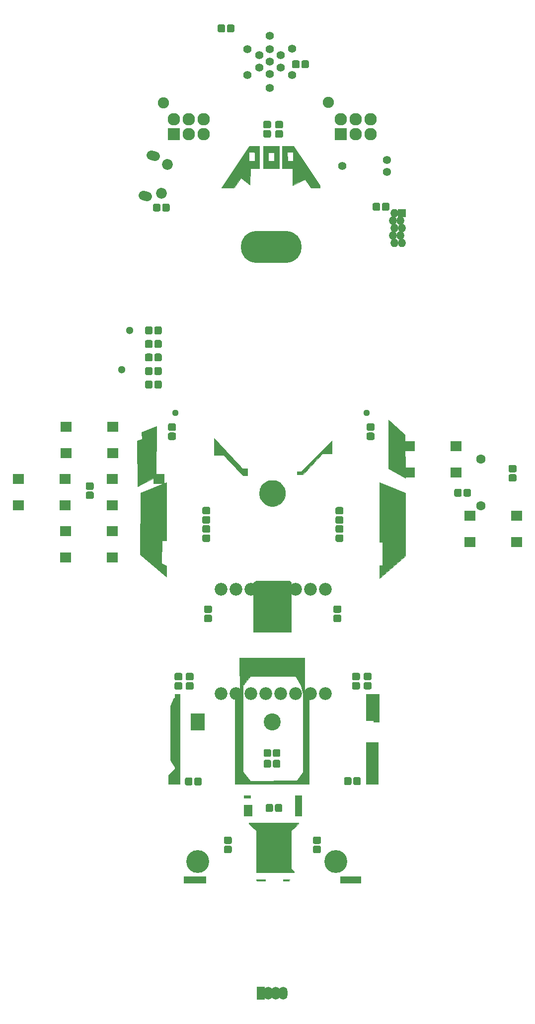
<source format=gts>
G04 #@! TF.GenerationSoftware,KiCad,Pcbnew,(5.1.0)-1*
G04 #@! TF.CreationDate,2019-06-02T04:00:08-06:00*
G04 #@! TF.ProjectId,hcrn,6863726e-2e6b-4696-9361-645f70636258,0.1*
G04 #@! TF.SameCoordinates,Original*
G04 #@! TF.FileFunction,Soldermask,Top*
G04 #@! TF.FilePolarity,Negative*
%FSLAX46Y46*%
G04 Gerber Fmt 4.6, Leading zero omitted, Abs format (unit mm)*
G04 Created by KiCad (PCBNEW (5.1.0)-1) date 2019-06-02 04:00:08*
%MOMM*%
%LPD*%
G04 APERTURE LIST*
%ADD10C,0.100000*%
%ADD11C,1.385520*%
%ADD12C,1.388060*%
%ADD13O,10.400000X5.400000*%
%ADD14C,1.120000*%
%ADD15C,1.400000*%
%ADD16C,3.900000*%
%ADD17C,2.900000*%
%ADD18R,2.400000X2.900000*%
%ADD19C,1.900000*%
%ADD20C,1.600000*%
%ADD21R,1.950000X1.700000*%
%ADD22C,1.275000*%
%ADD23R,1.470000X2.200000*%
%ADD24O,1.470000X2.200000*%
%ADD25C,1.850000*%
%ADD26C,1.600000*%
%ADD27C,1.300000*%
%ADD28C,2.178000*%
%ADD29C,2.127200*%
%ADD30O,2.127200X2.127200*%
%ADD31R,2.127200X2.127200*%
%ADD32O,1.400000X1.400000*%
%ADD33R,1.400000X1.400000*%
G04 APERTURE END LIST*
D10*
G36*
X174600000Y-46380000D02*
G01*
X173850000Y-46380000D01*
X173845000Y-44900000D01*
X174595000Y-44900000D01*
X174600000Y-46380000D01*
G37*
X174600000Y-46380000D02*
X173850000Y-46380000D01*
X173845000Y-44900000D01*
X174595000Y-44900000D01*
X174600000Y-46380000D01*
G36*
X174587500Y-44960000D02*
G01*
X172787500Y-44955000D01*
X172772500Y-46425000D01*
X174600000Y-46430000D01*
X174600000Y-47680000D01*
X173020000Y-47690000D01*
X173010000Y-50520000D01*
X171440000Y-49330000D01*
X170280000Y-51010000D01*
X168130000Y-51010000D01*
X172880000Y-43930000D01*
X174572500Y-43930000D01*
X174587500Y-44960000D01*
G37*
X174587500Y-44960000D02*
X172787500Y-44955000D01*
X172772500Y-46425000D01*
X174600000Y-46430000D01*
X174600000Y-47680000D01*
X173020000Y-47690000D01*
X173010000Y-50520000D01*
X171440000Y-49330000D01*
X170280000Y-51010000D01*
X168130000Y-51010000D01*
X172880000Y-43930000D01*
X174572500Y-43930000D01*
X174587500Y-44960000D01*
G36*
X176120000Y-46390000D02*
G01*
X175230000Y-46390000D01*
X175225000Y-44920000D01*
X176115000Y-44920000D01*
X176120000Y-46390000D01*
G37*
X176120000Y-46390000D02*
X175230000Y-46390000D01*
X175225000Y-44920000D01*
X176115000Y-44920000D01*
X176120000Y-46390000D01*
G36*
X177940000Y-47680000D02*
G01*
X175220000Y-47690000D01*
X175230000Y-46440000D01*
X177140000Y-46440000D01*
X177125000Y-44970000D01*
X175222500Y-44970000D01*
X175237500Y-43930000D01*
X177940000Y-43920000D01*
X177940000Y-47680000D01*
G37*
X177940000Y-47680000D02*
X175220000Y-47690000D01*
X175230000Y-46440000D01*
X177140000Y-46440000D01*
X177125000Y-44970000D01*
X175222500Y-44970000D01*
X175237500Y-43930000D01*
X177940000Y-43920000D01*
X177940000Y-47680000D01*
G36*
X179370000Y-46390000D02*
G01*
X178500000Y-46390000D01*
X178500000Y-45190000D01*
X179360000Y-44930000D01*
X179370000Y-46390000D01*
G37*
X179370000Y-46390000D02*
X178500000Y-46390000D01*
X178500000Y-45190000D01*
X179360000Y-44930000D01*
X179370000Y-46390000D01*
G36*
X184940000Y-50560000D02*
G01*
X184940000Y-51010000D01*
X183430000Y-51010000D01*
X182370000Y-49540000D01*
X180290000Y-50620000D01*
X180290000Y-47700000D01*
X178500000Y-47690000D01*
X178500000Y-46440000D01*
X180380000Y-46430000D01*
X180380000Y-44940000D01*
X179410000Y-44940000D01*
X178500000Y-45140000D01*
X178500000Y-43930000D01*
X180400000Y-43930000D01*
X184940000Y-50560000D01*
G37*
X184940000Y-50560000D02*
X184940000Y-51010000D01*
X183430000Y-51010000D01*
X182370000Y-49540000D01*
X180290000Y-50620000D01*
X180290000Y-47700000D01*
X178500000Y-47690000D01*
X178500000Y-46440000D01*
X180380000Y-46430000D01*
X180380000Y-44940000D01*
X179410000Y-44940000D01*
X178500000Y-45140000D01*
X178500000Y-43930000D01*
X180400000Y-43930000D01*
X184940000Y-50560000D01*
G36*
X182330000Y-136820000D02*
G01*
X183090000Y-137750000D01*
X183090000Y-152590000D01*
X170460000Y-152590000D01*
X170470000Y-138230000D01*
X171240000Y-137280000D01*
X171830000Y-137280000D01*
X171830000Y-150520000D01*
X173020000Y-152070000D01*
X181050000Y-152060000D01*
X182000000Y-150540000D01*
X182000000Y-137200000D01*
X181730000Y-135810000D01*
X180790000Y-134280000D01*
X173020000Y-134280000D01*
X171830000Y-135810000D01*
X171830000Y-137270000D01*
X171240000Y-137270000D01*
X171230000Y-131140000D01*
X182330000Y-131140000D01*
X182330000Y-136820000D01*
G37*
X182330000Y-136820000D02*
X183090000Y-137750000D01*
X183090000Y-152590000D01*
X170460000Y-152590000D01*
X170470000Y-138230000D01*
X171240000Y-137280000D01*
X171830000Y-137280000D01*
X171830000Y-150520000D01*
X173020000Y-152070000D01*
X181050000Y-152060000D01*
X182000000Y-150540000D01*
X182000000Y-137200000D01*
X181730000Y-135810000D01*
X180790000Y-134280000D01*
X173020000Y-134280000D01*
X171830000Y-135810000D01*
X171830000Y-137270000D01*
X171240000Y-137270000D01*
X171230000Y-131140000D01*
X182330000Y-131140000D01*
X182330000Y-136820000D01*
G36*
X199360000Y-93130000D02*
G01*
X199480000Y-100480000D01*
X196630000Y-98810000D01*
X196630000Y-90550000D01*
X199360000Y-93130000D01*
G37*
X199360000Y-93130000D02*
X199480000Y-100480000D01*
X196630000Y-98810000D01*
X196630000Y-90550000D01*
X199360000Y-93130000D01*
G36*
X173070000Y-154970000D02*
G01*
X171980000Y-154970000D01*
X171990000Y-154530000D01*
X173070000Y-154530000D01*
X173070000Y-154970000D01*
G37*
X173070000Y-154970000D02*
X171980000Y-154970000D01*
X171990000Y-154530000D01*
X173070000Y-154530000D01*
X173070000Y-154970000D01*
G36*
X179640000Y-169110000D02*
G01*
X178680000Y-169110000D01*
X178680000Y-168890000D01*
X179760000Y-168890000D01*
X179640000Y-169110000D01*
G37*
X179640000Y-169110000D02*
X178680000Y-169110000D01*
X178680000Y-168890000D01*
X179760000Y-168890000D01*
X179640000Y-169110000D01*
G36*
X173330000Y-158040000D02*
G01*
X171990000Y-158040000D01*
X171990000Y-156150000D01*
X173330000Y-156150000D01*
X173330000Y-158040000D01*
G37*
X173330000Y-158040000D02*
X171990000Y-158040000D01*
X171990000Y-156150000D01*
X173330000Y-156150000D01*
X173330000Y-158040000D01*
G36*
X158730000Y-111130000D02*
G01*
X157950000Y-111130000D01*
X157940000Y-114990000D01*
X158710000Y-115470000D01*
X158710000Y-117300000D01*
X154300000Y-113530000D01*
X154320000Y-103020000D01*
X158720000Y-101200000D01*
X158730000Y-111130000D01*
G37*
X158730000Y-111130000D02*
X157950000Y-111130000D01*
X157940000Y-114990000D01*
X158710000Y-115470000D01*
X158710000Y-117300000D01*
X154300000Y-113530000D01*
X154320000Y-103020000D01*
X158720000Y-101200000D01*
X158730000Y-111130000D01*
G36*
X191830000Y-169430000D02*
G01*
X188410000Y-169430000D01*
X188410000Y-168370000D01*
X191830000Y-168370000D01*
X191830000Y-169430000D01*
G37*
X191830000Y-169430000D02*
X188410000Y-169430000D01*
X188410000Y-168370000D01*
X191830000Y-168370000D01*
X191830000Y-169430000D01*
G36*
X194970000Y-142010000D02*
G01*
X194070000Y-142010000D01*
X194070000Y-141780000D01*
X192780000Y-141780000D01*
X192780000Y-137310000D01*
X194970000Y-137300000D01*
X194970000Y-142010000D01*
G37*
X194970000Y-142010000D02*
X194070000Y-142010000D01*
X194070000Y-141780000D01*
X192780000Y-141780000D01*
X192780000Y-137310000D01*
X194970000Y-137300000D01*
X194970000Y-142010000D01*
G36*
X181800000Y-158030000D02*
G01*
X180710000Y-158030000D01*
X180710000Y-154520000D01*
X181800000Y-154520000D01*
X181800000Y-158030000D01*
G37*
X181800000Y-158030000D02*
X180710000Y-158030000D01*
X180710000Y-154520000D01*
X181800000Y-154520000D01*
X181800000Y-158030000D01*
G36*
X156960000Y-100290000D02*
G01*
X153800000Y-101880000D01*
X153780000Y-94150000D01*
X154570000Y-93820000D01*
X154560000Y-92640000D01*
X157050000Y-91690000D01*
X156960000Y-100290000D01*
G37*
X156960000Y-100290000D02*
X153800000Y-101880000D01*
X153780000Y-94150000D01*
X154570000Y-93820000D01*
X154560000Y-92640000D01*
X157050000Y-91690000D01*
X156960000Y-100290000D01*
G36*
X194820000Y-152600000D02*
G01*
X192770000Y-152600000D01*
X192780000Y-145540000D01*
X194820000Y-145540000D01*
X194820000Y-152600000D01*
G37*
X194820000Y-152600000D02*
X192770000Y-152600000D01*
X192780000Y-145540000D01*
X194820000Y-145540000D01*
X194820000Y-152600000D01*
G36*
X161020000Y-152610000D02*
G01*
X159110000Y-152610000D01*
X159100000Y-151060000D01*
X160190000Y-150080000D01*
X160190000Y-149730000D01*
X159410000Y-148540000D01*
X159410000Y-139300000D01*
X159990000Y-137960000D01*
X160200000Y-137960000D01*
X160200000Y-137320000D01*
X161030000Y-137320000D01*
X161020000Y-152610000D01*
G37*
X161020000Y-152610000D02*
X159110000Y-152610000D01*
X159100000Y-151060000D01*
X160190000Y-150080000D01*
X160190000Y-149730000D01*
X159410000Y-148540000D01*
X159410000Y-139300000D01*
X159990000Y-137960000D01*
X160200000Y-137960000D01*
X160200000Y-137320000D01*
X161030000Y-137320000D01*
X161020000Y-152610000D01*
G36*
X165410000Y-169420000D02*
G01*
X161750000Y-169420000D01*
X161750000Y-168360000D01*
X165410000Y-168360000D01*
X165410000Y-169420000D01*
G37*
X165410000Y-169420000D02*
X161750000Y-169420000D01*
X161750000Y-168360000D01*
X165410000Y-168360000D01*
X165410000Y-169420000D01*
G36*
X177210000Y-100870000D02*
G01*
X177420000Y-100920000D01*
X177630000Y-100990000D01*
X177850000Y-101100000D01*
X178110000Y-101260000D01*
X178330000Y-101450000D01*
X178510000Y-101650000D01*
X178680000Y-101880000D01*
X178800000Y-102100000D01*
X178920000Y-102420000D01*
X178970000Y-102640000D01*
X179000000Y-102870000D01*
X179010000Y-103040000D01*
X179000000Y-103250000D01*
X178970000Y-103470000D01*
X178910000Y-103720000D01*
X178830000Y-103930000D01*
X178730000Y-104120000D01*
X178650000Y-104250000D01*
X178520000Y-104430000D01*
X178380000Y-104590000D01*
X178220000Y-104740000D01*
X178050000Y-104860000D01*
X177870000Y-104980000D01*
X177610000Y-105100000D01*
X177330000Y-105190000D01*
X177010000Y-105250000D01*
X176820000Y-105270000D01*
X176550000Y-105250000D01*
X176300000Y-105200000D01*
X175980000Y-105100000D01*
X175700000Y-104970000D01*
X175490000Y-104830000D01*
X175360000Y-104720000D01*
X175230000Y-104600000D01*
X175110000Y-104460000D01*
X174970000Y-104280000D01*
X174860000Y-104120000D01*
X174770000Y-103910000D01*
X174700000Y-103740000D01*
X174640000Y-103500000D01*
X174610000Y-103350000D01*
X174590000Y-103170000D01*
X174590000Y-102890000D01*
X174630000Y-102600000D01*
X174710000Y-102320000D01*
X174810000Y-102070000D01*
X174960000Y-101810000D01*
X175130000Y-101590000D01*
X175330000Y-101380000D01*
X175560000Y-101210000D01*
X175830000Y-101050000D01*
X176020000Y-100970000D01*
X176180000Y-100920000D01*
X176350000Y-100880000D01*
X176550000Y-100860000D01*
X176720000Y-100850000D01*
X176980000Y-100850000D01*
X177210000Y-100870000D01*
G37*
X177210000Y-100870000D02*
X177420000Y-100920000D01*
X177630000Y-100990000D01*
X177850000Y-101100000D01*
X178110000Y-101260000D01*
X178330000Y-101450000D01*
X178510000Y-101650000D01*
X178680000Y-101880000D01*
X178800000Y-102100000D01*
X178920000Y-102420000D01*
X178970000Y-102640000D01*
X179000000Y-102870000D01*
X179010000Y-103040000D01*
X179000000Y-103250000D01*
X178970000Y-103470000D01*
X178910000Y-103720000D01*
X178830000Y-103930000D01*
X178730000Y-104120000D01*
X178650000Y-104250000D01*
X178520000Y-104430000D01*
X178380000Y-104590000D01*
X178220000Y-104740000D01*
X178050000Y-104860000D01*
X177870000Y-104980000D01*
X177610000Y-105100000D01*
X177330000Y-105190000D01*
X177010000Y-105250000D01*
X176820000Y-105270000D01*
X176550000Y-105250000D01*
X176300000Y-105200000D01*
X175980000Y-105100000D01*
X175700000Y-104970000D01*
X175490000Y-104830000D01*
X175360000Y-104720000D01*
X175230000Y-104600000D01*
X175110000Y-104460000D01*
X174970000Y-104280000D01*
X174860000Y-104120000D01*
X174770000Y-103910000D01*
X174700000Y-103740000D01*
X174640000Y-103500000D01*
X174610000Y-103350000D01*
X174590000Y-103170000D01*
X174590000Y-102890000D01*
X174630000Y-102600000D01*
X174710000Y-102320000D01*
X174810000Y-102070000D01*
X174960000Y-101810000D01*
X175130000Y-101590000D01*
X175330000Y-101380000D01*
X175560000Y-101210000D01*
X175830000Y-101050000D01*
X176020000Y-100970000D01*
X176180000Y-100920000D01*
X176350000Y-100880000D01*
X176550000Y-100860000D01*
X176720000Y-100850000D01*
X176980000Y-100850000D01*
X177210000Y-100870000D01*
G36*
X175640000Y-169110000D02*
G01*
X174260000Y-169110000D01*
X174040000Y-169000000D01*
X174040000Y-168890000D01*
X175640000Y-168890000D01*
X175640000Y-169110000D01*
G37*
X175640000Y-169110000D02*
X174260000Y-169110000D01*
X174040000Y-169000000D01*
X174040000Y-168890000D01*
X175640000Y-168890000D01*
X175640000Y-169110000D01*
G36*
X171740000Y-98880000D02*
G01*
X172570000Y-98890000D01*
X172570000Y-100070000D01*
X171790000Y-100070000D01*
X168460000Y-96530000D01*
X166870000Y-96530000D01*
X166880000Y-93710000D01*
X171740000Y-98880000D01*
G37*
X171740000Y-98880000D02*
X172570000Y-98890000D01*
X172570000Y-100070000D01*
X171790000Y-100070000D01*
X168460000Y-96530000D01*
X166870000Y-96530000D01*
X166880000Y-93710000D01*
X171740000Y-98880000D01*
G36*
X199480000Y-103010000D02*
G01*
X199500000Y-113020000D01*
X199500000Y-113770000D01*
X195090000Y-117540000D01*
X195090000Y-115380000D01*
X195590000Y-115380000D01*
X195590000Y-111390000D01*
X195080000Y-111390000D01*
X195100000Y-101210000D01*
X199480000Y-103010000D01*
G37*
X199480000Y-103010000D02*
X199500000Y-113020000D01*
X199500000Y-113770000D01*
X195090000Y-117540000D01*
X195090000Y-115380000D01*
X195590000Y-115380000D01*
X195590000Y-111390000D01*
X195080000Y-111390000D01*
X195100000Y-101210000D01*
X199480000Y-103010000D01*
G36*
X186940000Y-96300000D02*
G01*
X185330000Y-96300000D01*
X182010000Y-99830000D01*
X180980000Y-99830000D01*
X180980000Y-99360000D01*
X181800000Y-99360000D01*
X186930000Y-94070000D01*
X186940000Y-94070000D01*
X186940000Y-96300000D01*
G37*
X186940000Y-96300000D02*
X185330000Y-96300000D01*
X182010000Y-99830000D01*
X180980000Y-99830000D01*
X180980000Y-99360000D01*
X181800000Y-99360000D01*
X186930000Y-94070000D01*
X186940000Y-94070000D01*
X186940000Y-96300000D01*
G36*
X180000000Y-118240000D02*
G01*
X180000000Y-126700000D01*
X173530000Y-126700000D01*
X173540000Y-118290000D01*
X174050000Y-117980000D01*
X179710000Y-117980000D01*
X180000000Y-118240000D01*
G37*
X180000000Y-118240000D02*
X180000000Y-126700000D01*
X173530000Y-126700000D01*
X173540000Y-118290000D01*
X174050000Y-117980000D01*
X179710000Y-117980000D01*
X180000000Y-118240000D01*
G36*
X181280000Y-159200000D02*
G01*
X181280000Y-159380000D01*
X180000000Y-160560000D01*
X180000000Y-166990000D01*
X180530000Y-167500000D01*
X180530000Y-167660000D01*
X174040000Y-167660000D01*
X174040000Y-160560000D01*
X172780000Y-159390000D01*
X172780000Y-159190000D01*
X181280000Y-159200000D01*
G37*
X181280000Y-159200000D02*
X181280000Y-159380000D01*
X180000000Y-160560000D01*
X180000000Y-166990000D01*
X180530000Y-167500000D01*
X180530000Y-167660000D01*
X174040000Y-167660000D01*
X174040000Y-160560000D01*
X172780000Y-159390000D01*
X172780000Y-159190000D01*
X181280000Y-159200000D01*
D11*
X196340000Y-46274000D03*
X196340000Y-48306000D03*
D12*
X188720000Y-47290000D03*
D13*
X176610000Y-61060000D03*
D14*
X160310000Y-89360000D03*
X192910000Y-89360000D03*
D15*
X176390000Y-29470000D03*
X178223809Y-28408750D03*
X178223809Y-30526250D03*
X176390000Y-31585000D03*
X174556191Y-30526250D03*
X174556191Y-28408750D03*
X176390000Y-27350000D03*
D16*
X164090000Y-165793600D03*
X187585000Y-165793600D03*
D17*
X176790000Y-142070000D03*
D18*
X164090000Y-142070000D03*
D19*
X158240000Y-36510000D03*
X186390000Y-36480000D03*
D15*
X180202832Y-27331340D03*
X180212832Y-31751340D03*
X176390000Y-33970000D03*
X172557168Y-31768660D03*
X172547168Y-27348660D03*
X176370000Y-25130000D03*
D20*
X212380000Y-97260000D03*
X212380000Y-105240000D03*
D21*
X133535000Y-100620000D03*
X141485000Y-100620000D03*
X133535000Y-105120000D03*
X141485000Y-105120000D03*
D10*
G36*
X160087493Y-91136535D02*
G01*
X160118435Y-91141125D01*
X160148778Y-91148725D01*
X160178230Y-91159263D01*
X160206508Y-91172638D01*
X160233338Y-91188719D01*
X160258463Y-91207353D01*
X160281640Y-91228360D01*
X160302647Y-91251537D01*
X160321281Y-91276662D01*
X160337362Y-91303492D01*
X160350737Y-91331770D01*
X160361275Y-91361222D01*
X160368875Y-91391565D01*
X160373465Y-91422507D01*
X160375000Y-91453750D01*
X160375000Y-92091250D01*
X160373465Y-92122493D01*
X160368875Y-92153435D01*
X160361275Y-92183778D01*
X160350737Y-92213230D01*
X160337362Y-92241508D01*
X160321281Y-92268338D01*
X160302647Y-92293463D01*
X160281640Y-92316640D01*
X160258463Y-92337647D01*
X160233338Y-92356281D01*
X160206508Y-92372362D01*
X160178230Y-92385737D01*
X160148778Y-92396275D01*
X160118435Y-92403875D01*
X160087493Y-92408465D01*
X160056250Y-92410000D01*
X159343750Y-92410000D01*
X159312507Y-92408465D01*
X159281565Y-92403875D01*
X159251222Y-92396275D01*
X159221770Y-92385737D01*
X159193492Y-92372362D01*
X159166662Y-92356281D01*
X159141537Y-92337647D01*
X159118360Y-92316640D01*
X159097353Y-92293463D01*
X159078719Y-92268338D01*
X159062638Y-92241508D01*
X159049263Y-92213230D01*
X159038725Y-92183778D01*
X159031125Y-92153435D01*
X159026535Y-92122493D01*
X159025000Y-92091250D01*
X159025000Y-91453750D01*
X159026535Y-91422507D01*
X159031125Y-91391565D01*
X159038725Y-91361222D01*
X159049263Y-91331770D01*
X159062638Y-91303492D01*
X159078719Y-91276662D01*
X159097353Y-91251537D01*
X159118360Y-91228360D01*
X159141537Y-91207353D01*
X159166662Y-91188719D01*
X159193492Y-91172638D01*
X159221770Y-91159263D01*
X159251222Y-91148725D01*
X159281565Y-91141125D01*
X159312507Y-91136535D01*
X159343750Y-91135000D01*
X160056250Y-91135000D01*
X160087493Y-91136535D01*
X160087493Y-91136535D01*
G37*
D22*
X159700000Y-91772500D03*
D10*
G36*
X160087493Y-92711535D02*
G01*
X160118435Y-92716125D01*
X160148778Y-92723725D01*
X160178230Y-92734263D01*
X160206508Y-92747638D01*
X160233338Y-92763719D01*
X160258463Y-92782353D01*
X160281640Y-92803360D01*
X160302647Y-92826537D01*
X160321281Y-92851662D01*
X160337362Y-92878492D01*
X160350737Y-92906770D01*
X160361275Y-92936222D01*
X160368875Y-92966565D01*
X160373465Y-92997507D01*
X160375000Y-93028750D01*
X160375000Y-93666250D01*
X160373465Y-93697493D01*
X160368875Y-93728435D01*
X160361275Y-93758778D01*
X160350737Y-93788230D01*
X160337362Y-93816508D01*
X160321281Y-93843338D01*
X160302647Y-93868463D01*
X160281640Y-93891640D01*
X160258463Y-93912647D01*
X160233338Y-93931281D01*
X160206508Y-93947362D01*
X160178230Y-93960737D01*
X160148778Y-93971275D01*
X160118435Y-93978875D01*
X160087493Y-93983465D01*
X160056250Y-93985000D01*
X159343750Y-93985000D01*
X159312507Y-93983465D01*
X159281565Y-93978875D01*
X159251222Y-93971275D01*
X159221770Y-93960737D01*
X159193492Y-93947362D01*
X159166662Y-93931281D01*
X159141537Y-93912647D01*
X159118360Y-93891640D01*
X159097353Y-93868463D01*
X159078719Y-93843338D01*
X159062638Y-93816508D01*
X159049263Y-93788230D01*
X159038725Y-93758778D01*
X159031125Y-93728435D01*
X159026535Y-93697493D01*
X159025000Y-93666250D01*
X159025000Y-93028750D01*
X159026535Y-92997507D01*
X159031125Y-92966565D01*
X159038725Y-92936222D01*
X159049263Y-92906770D01*
X159062638Y-92878492D01*
X159078719Y-92851662D01*
X159097353Y-92826537D01*
X159118360Y-92803360D01*
X159141537Y-92782353D01*
X159166662Y-92763719D01*
X159193492Y-92747638D01*
X159221770Y-92734263D01*
X159251222Y-92723725D01*
X159281565Y-92716125D01*
X159312507Y-92711535D01*
X159343750Y-92710000D01*
X160056250Y-92710000D01*
X160087493Y-92711535D01*
X160087493Y-92711535D01*
G37*
D22*
X159700000Y-93347500D03*
D10*
G36*
X157667493Y-74636535D02*
G01*
X157698435Y-74641125D01*
X157728778Y-74648725D01*
X157758230Y-74659263D01*
X157786508Y-74672638D01*
X157813338Y-74688719D01*
X157838463Y-74707353D01*
X157861640Y-74728360D01*
X157882647Y-74751537D01*
X157901281Y-74776662D01*
X157917362Y-74803492D01*
X157930737Y-74831770D01*
X157941275Y-74861222D01*
X157948875Y-74891565D01*
X157953465Y-74922507D01*
X157955000Y-74953750D01*
X157955000Y-75666250D01*
X157953465Y-75697493D01*
X157948875Y-75728435D01*
X157941275Y-75758778D01*
X157930737Y-75788230D01*
X157917362Y-75816508D01*
X157901281Y-75843338D01*
X157882647Y-75868463D01*
X157861640Y-75891640D01*
X157838463Y-75912647D01*
X157813338Y-75931281D01*
X157786508Y-75947362D01*
X157758230Y-75960737D01*
X157728778Y-75971275D01*
X157698435Y-75978875D01*
X157667493Y-75983465D01*
X157636250Y-75985000D01*
X156998750Y-75985000D01*
X156967507Y-75983465D01*
X156936565Y-75978875D01*
X156906222Y-75971275D01*
X156876770Y-75960737D01*
X156848492Y-75947362D01*
X156821662Y-75931281D01*
X156796537Y-75912647D01*
X156773360Y-75891640D01*
X156752353Y-75868463D01*
X156733719Y-75843338D01*
X156717638Y-75816508D01*
X156704263Y-75788230D01*
X156693725Y-75758778D01*
X156686125Y-75728435D01*
X156681535Y-75697493D01*
X156680000Y-75666250D01*
X156680000Y-74953750D01*
X156681535Y-74922507D01*
X156686125Y-74891565D01*
X156693725Y-74861222D01*
X156704263Y-74831770D01*
X156717638Y-74803492D01*
X156733719Y-74776662D01*
X156752353Y-74751537D01*
X156773360Y-74728360D01*
X156796537Y-74707353D01*
X156821662Y-74688719D01*
X156848492Y-74672638D01*
X156876770Y-74659263D01*
X156906222Y-74648725D01*
X156936565Y-74641125D01*
X156967507Y-74636535D01*
X156998750Y-74635000D01*
X157636250Y-74635000D01*
X157667493Y-74636535D01*
X157667493Y-74636535D01*
G37*
D22*
X157317500Y-75310000D03*
D10*
G36*
X156092493Y-74636535D02*
G01*
X156123435Y-74641125D01*
X156153778Y-74648725D01*
X156183230Y-74659263D01*
X156211508Y-74672638D01*
X156238338Y-74688719D01*
X156263463Y-74707353D01*
X156286640Y-74728360D01*
X156307647Y-74751537D01*
X156326281Y-74776662D01*
X156342362Y-74803492D01*
X156355737Y-74831770D01*
X156366275Y-74861222D01*
X156373875Y-74891565D01*
X156378465Y-74922507D01*
X156380000Y-74953750D01*
X156380000Y-75666250D01*
X156378465Y-75697493D01*
X156373875Y-75728435D01*
X156366275Y-75758778D01*
X156355737Y-75788230D01*
X156342362Y-75816508D01*
X156326281Y-75843338D01*
X156307647Y-75868463D01*
X156286640Y-75891640D01*
X156263463Y-75912647D01*
X156238338Y-75931281D01*
X156211508Y-75947362D01*
X156183230Y-75960737D01*
X156153778Y-75971275D01*
X156123435Y-75978875D01*
X156092493Y-75983465D01*
X156061250Y-75985000D01*
X155423750Y-75985000D01*
X155392507Y-75983465D01*
X155361565Y-75978875D01*
X155331222Y-75971275D01*
X155301770Y-75960737D01*
X155273492Y-75947362D01*
X155246662Y-75931281D01*
X155221537Y-75912647D01*
X155198360Y-75891640D01*
X155177353Y-75868463D01*
X155158719Y-75843338D01*
X155142638Y-75816508D01*
X155129263Y-75788230D01*
X155118725Y-75758778D01*
X155111125Y-75728435D01*
X155106535Y-75697493D01*
X155105000Y-75666250D01*
X155105000Y-74953750D01*
X155106535Y-74922507D01*
X155111125Y-74891565D01*
X155118725Y-74861222D01*
X155129263Y-74831770D01*
X155142638Y-74803492D01*
X155158719Y-74776662D01*
X155177353Y-74751537D01*
X155198360Y-74728360D01*
X155221537Y-74707353D01*
X155246662Y-74688719D01*
X155273492Y-74672638D01*
X155301770Y-74659263D01*
X155331222Y-74648725D01*
X155361565Y-74641125D01*
X155392507Y-74636535D01*
X155423750Y-74635000D01*
X156061250Y-74635000D01*
X156092493Y-74636535D01*
X156092493Y-74636535D01*
G37*
D22*
X155742500Y-75310000D03*
D10*
G36*
X156092493Y-76942785D02*
G01*
X156123435Y-76947375D01*
X156153778Y-76954975D01*
X156183230Y-76965513D01*
X156211508Y-76978888D01*
X156238338Y-76994969D01*
X156263463Y-77013603D01*
X156286640Y-77034610D01*
X156307647Y-77057787D01*
X156326281Y-77082912D01*
X156342362Y-77109742D01*
X156355737Y-77138020D01*
X156366275Y-77167472D01*
X156373875Y-77197815D01*
X156378465Y-77228757D01*
X156380000Y-77260000D01*
X156380000Y-77972500D01*
X156378465Y-78003743D01*
X156373875Y-78034685D01*
X156366275Y-78065028D01*
X156355737Y-78094480D01*
X156342362Y-78122758D01*
X156326281Y-78149588D01*
X156307647Y-78174713D01*
X156286640Y-78197890D01*
X156263463Y-78218897D01*
X156238338Y-78237531D01*
X156211508Y-78253612D01*
X156183230Y-78266987D01*
X156153778Y-78277525D01*
X156123435Y-78285125D01*
X156092493Y-78289715D01*
X156061250Y-78291250D01*
X155423750Y-78291250D01*
X155392507Y-78289715D01*
X155361565Y-78285125D01*
X155331222Y-78277525D01*
X155301770Y-78266987D01*
X155273492Y-78253612D01*
X155246662Y-78237531D01*
X155221537Y-78218897D01*
X155198360Y-78197890D01*
X155177353Y-78174713D01*
X155158719Y-78149588D01*
X155142638Y-78122758D01*
X155129263Y-78094480D01*
X155118725Y-78065028D01*
X155111125Y-78034685D01*
X155106535Y-78003743D01*
X155105000Y-77972500D01*
X155105000Y-77260000D01*
X155106535Y-77228757D01*
X155111125Y-77197815D01*
X155118725Y-77167472D01*
X155129263Y-77138020D01*
X155142638Y-77109742D01*
X155158719Y-77082912D01*
X155177353Y-77057787D01*
X155198360Y-77034610D01*
X155221537Y-77013603D01*
X155246662Y-76994969D01*
X155273492Y-76978888D01*
X155301770Y-76965513D01*
X155331222Y-76954975D01*
X155361565Y-76947375D01*
X155392507Y-76942785D01*
X155423750Y-76941250D01*
X156061250Y-76941250D01*
X156092493Y-76942785D01*
X156092493Y-76942785D01*
G37*
D22*
X155742500Y-77616250D03*
D10*
G36*
X157667493Y-76942785D02*
G01*
X157698435Y-76947375D01*
X157728778Y-76954975D01*
X157758230Y-76965513D01*
X157786508Y-76978888D01*
X157813338Y-76994969D01*
X157838463Y-77013603D01*
X157861640Y-77034610D01*
X157882647Y-77057787D01*
X157901281Y-77082912D01*
X157917362Y-77109742D01*
X157930737Y-77138020D01*
X157941275Y-77167472D01*
X157948875Y-77197815D01*
X157953465Y-77228757D01*
X157955000Y-77260000D01*
X157955000Y-77972500D01*
X157953465Y-78003743D01*
X157948875Y-78034685D01*
X157941275Y-78065028D01*
X157930737Y-78094480D01*
X157917362Y-78122758D01*
X157901281Y-78149588D01*
X157882647Y-78174713D01*
X157861640Y-78197890D01*
X157838463Y-78218897D01*
X157813338Y-78237531D01*
X157786508Y-78253612D01*
X157758230Y-78266987D01*
X157728778Y-78277525D01*
X157698435Y-78285125D01*
X157667493Y-78289715D01*
X157636250Y-78291250D01*
X156998750Y-78291250D01*
X156967507Y-78289715D01*
X156936565Y-78285125D01*
X156906222Y-78277525D01*
X156876770Y-78266987D01*
X156848492Y-78253612D01*
X156821662Y-78237531D01*
X156796537Y-78218897D01*
X156773360Y-78197890D01*
X156752353Y-78174713D01*
X156733719Y-78149588D01*
X156717638Y-78122758D01*
X156704263Y-78094480D01*
X156693725Y-78065028D01*
X156686125Y-78034685D01*
X156681535Y-78003743D01*
X156680000Y-77972500D01*
X156680000Y-77260000D01*
X156681535Y-77228757D01*
X156686125Y-77197815D01*
X156693725Y-77167472D01*
X156704263Y-77138020D01*
X156717638Y-77109742D01*
X156733719Y-77082912D01*
X156752353Y-77057787D01*
X156773360Y-77034610D01*
X156796537Y-77013603D01*
X156821662Y-76994969D01*
X156848492Y-76978888D01*
X156876770Y-76965513D01*
X156906222Y-76954975D01*
X156936565Y-76947375D01*
X156967507Y-76942785D01*
X156998750Y-76941250D01*
X157636250Y-76941250D01*
X157667493Y-76942785D01*
X157667493Y-76942785D01*
G37*
D22*
X157317500Y-77616250D03*
D10*
G36*
X156092493Y-79249035D02*
G01*
X156123435Y-79253625D01*
X156153778Y-79261225D01*
X156183230Y-79271763D01*
X156211508Y-79285138D01*
X156238338Y-79301219D01*
X156263463Y-79319853D01*
X156286640Y-79340860D01*
X156307647Y-79364037D01*
X156326281Y-79389162D01*
X156342362Y-79415992D01*
X156355737Y-79444270D01*
X156366275Y-79473722D01*
X156373875Y-79504065D01*
X156378465Y-79535007D01*
X156380000Y-79566250D01*
X156380000Y-80278750D01*
X156378465Y-80309993D01*
X156373875Y-80340935D01*
X156366275Y-80371278D01*
X156355737Y-80400730D01*
X156342362Y-80429008D01*
X156326281Y-80455838D01*
X156307647Y-80480963D01*
X156286640Y-80504140D01*
X156263463Y-80525147D01*
X156238338Y-80543781D01*
X156211508Y-80559862D01*
X156183230Y-80573237D01*
X156153778Y-80583775D01*
X156123435Y-80591375D01*
X156092493Y-80595965D01*
X156061250Y-80597500D01*
X155423750Y-80597500D01*
X155392507Y-80595965D01*
X155361565Y-80591375D01*
X155331222Y-80583775D01*
X155301770Y-80573237D01*
X155273492Y-80559862D01*
X155246662Y-80543781D01*
X155221537Y-80525147D01*
X155198360Y-80504140D01*
X155177353Y-80480963D01*
X155158719Y-80455838D01*
X155142638Y-80429008D01*
X155129263Y-80400730D01*
X155118725Y-80371278D01*
X155111125Y-80340935D01*
X155106535Y-80309993D01*
X155105000Y-80278750D01*
X155105000Y-79566250D01*
X155106535Y-79535007D01*
X155111125Y-79504065D01*
X155118725Y-79473722D01*
X155129263Y-79444270D01*
X155142638Y-79415992D01*
X155158719Y-79389162D01*
X155177353Y-79364037D01*
X155198360Y-79340860D01*
X155221537Y-79319853D01*
X155246662Y-79301219D01*
X155273492Y-79285138D01*
X155301770Y-79271763D01*
X155331222Y-79261225D01*
X155361565Y-79253625D01*
X155392507Y-79249035D01*
X155423750Y-79247500D01*
X156061250Y-79247500D01*
X156092493Y-79249035D01*
X156092493Y-79249035D01*
G37*
D22*
X155742500Y-79922500D03*
D10*
G36*
X157667493Y-79249035D02*
G01*
X157698435Y-79253625D01*
X157728778Y-79261225D01*
X157758230Y-79271763D01*
X157786508Y-79285138D01*
X157813338Y-79301219D01*
X157838463Y-79319853D01*
X157861640Y-79340860D01*
X157882647Y-79364037D01*
X157901281Y-79389162D01*
X157917362Y-79415992D01*
X157930737Y-79444270D01*
X157941275Y-79473722D01*
X157948875Y-79504065D01*
X157953465Y-79535007D01*
X157955000Y-79566250D01*
X157955000Y-80278750D01*
X157953465Y-80309993D01*
X157948875Y-80340935D01*
X157941275Y-80371278D01*
X157930737Y-80400730D01*
X157917362Y-80429008D01*
X157901281Y-80455838D01*
X157882647Y-80480963D01*
X157861640Y-80504140D01*
X157838463Y-80525147D01*
X157813338Y-80543781D01*
X157786508Y-80559862D01*
X157758230Y-80573237D01*
X157728778Y-80583775D01*
X157698435Y-80591375D01*
X157667493Y-80595965D01*
X157636250Y-80597500D01*
X156998750Y-80597500D01*
X156967507Y-80595965D01*
X156936565Y-80591375D01*
X156906222Y-80583775D01*
X156876770Y-80573237D01*
X156848492Y-80559862D01*
X156821662Y-80543781D01*
X156796537Y-80525147D01*
X156773360Y-80504140D01*
X156752353Y-80480963D01*
X156733719Y-80455838D01*
X156717638Y-80429008D01*
X156704263Y-80400730D01*
X156693725Y-80371278D01*
X156686125Y-80340935D01*
X156681535Y-80309993D01*
X156680000Y-80278750D01*
X156680000Y-79566250D01*
X156681535Y-79535007D01*
X156686125Y-79504065D01*
X156693725Y-79473722D01*
X156704263Y-79444270D01*
X156717638Y-79415992D01*
X156733719Y-79389162D01*
X156752353Y-79364037D01*
X156773360Y-79340860D01*
X156796537Y-79319853D01*
X156821662Y-79301219D01*
X156848492Y-79285138D01*
X156876770Y-79271763D01*
X156906222Y-79261225D01*
X156936565Y-79253625D01*
X156967507Y-79249035D01*
X156998750Y-79247500D01*
X157636250Y-79247500D01*
X157667493Y-79249035D01*
X157667493Y-79249035D01*
G37*
D22*
X157317500Y-79922500D03*
D10*
G36*
X156092493Y-81555285D02*
G01*
X156123435Y-81559875D01*
X156153778Y-81567475D01*
X156183230Y-81578013D01*
X156211508Y-81591388D01*
X156238338Y-81607469D01*
X156263463Y-81626103D01*
X156286640Y-81647110D01*
X156307647Y-81670287D01*
X156326281Y-81695412D01*
X156342362Y-81722242D01*
X156355737Y-81750520D01*
X156366275Y-81779972D01*
X156373875Y-81810315D01*
X156378465Y-81841257D01*
X156380000Y-81872500D01*
X156380000Y-82585000D01*
X156378465Y-82616243D01*
X156373875Y-82647185D01*
X156366275Y-82677528D01*
X156355737Y-82706980D01*
X156342362Y-82735258D01*
X156326281Y-82762088D01*
X156307647Y-82787213D01*
X156286640Y-82810390D01*
X156263463Y-82831397D01*
X156238338Y-82850031D01*
X156211508Y-82866112D01*
X156183230Y-82879487D01*
X156153778Y-82890025D01*
X156123435Y-82897625D01*
X156092493Y-82902215D01*
X156061250Y-82903750D01*
X155423750Y-82903750D01*
X155392507Y-82902215D01*
X155361565Y-82897625D01*
X155331222Y-82890025D01*
X155301770Y-82879487D01*
X155273492Y-82866112D01*
X155246662Y-82850031D01*
X155221537Y-82831397D01*
X155198360Y-82810390D01*
X155177353Y-82787213D01*
X155158719Y-82762088D01*
X155142638Y-82735258D01*
X155129263Y-82706980D01*
X155118725Y-82677528D01*
X155111125Y-82647185D01*
X155106535Y-82616243D01*
X155105000Y-82585000D01*
X155105000Y-81872500D01*
X155106535Y-81841257D01*
X155111125Y-81810315D01*
X155118725Y-81779972D01*
X155129263Y-81750520D01*
X155142638Y-81722242D01*
X155158719Y-81695412D01*
X155177353Y-81670287D01*
X155198360Y-81647110D01*
X155221537Y-81626103D01*
X155246662Y-81607469D01*
X155273492Y-81591388D01*
X155301770Y-81578013D01*
X155331222Y-81567475D01*
X155361565Y-81559875D01*
X155392507Y-81555285D01*
X155423750Y-81553750D01*
X156061250Y-81553750D01*
X156092493Y-81555285D01*
X156092493Y-81555285D01*
G37*
D22*
X155742500Y-82228750D03*
D10*
G36*
X157667493Y-81555285D02*
G01*
X157698435Y-81559875D01*
X157728778Y-81567475D01*
X157758230Y-81578013D01*
X157786508Y-81591388D01*
X157813338Y-81607469D01*
X157838463Y-81626103D01*
X157861640Y-81647110D01*
X157882647Y-81670287D01*
X157901281Y-81695412D01*
X157917362Y-81722242D01*
X157930737Y-81750520D01*
X157941275Y-81779972D01*
X157948875Y-81810315D01*
X157953465Y-81841257D01*
X157955000Y-81872500D01*
X157955000Y-82585000D01*
X157953465Y-82616243D01*
X157948875Y-82647185D01*
X157941275Y-82677528D01*
X157930737Y-82706980D01*
X157917362Y-82735258D01*
X157901281Y-82762088D01*
X157882647Y-82787213D01*
X157861640Y-82810390D01*
X157838463Y-82831397D01*
X157813338Y-82850031D01*
X157786508Y-82866112D01*
X157758230Y-82879487D01*
X157728778Y-82890025D01*
X157698435Y-82897625D01*
X157667493Y-82902215D01*
X157636250Y-82903750D01*
X156998750Y-82903750D01*
X156967507Y-82902215D01*
X156936565Y-82897625D01*
X156906222Y-82890025D01*
X156876770Y-82879487D01*
X156848492Y-82866112D01*
X156821662Y-82850031D01*
X156796537Y-82831397D01*
X156773360Y-82810390D01*
X156752353Y-82787213D01*
X156733719Y-82762088D01*
X156717638Y-82735258D01*
X156704263Y-82706980D01*
X156693725Y-82677528D01*
X156686125Y-82647185D01*
X156681535Y-82616243D01*
X156680000Y-82585000D01*
X156680000Y-81872500D01*
X156681535Y-81841257D01*
X156686125Y-81810315D01*
X156693725Y-81779972D01*
X156704263Y-81750520D01*
X156717638Y-81722242D01*
X156733719Y-81695412D01*
X156752353Y-81670287D01*
X156773360Y-81647110D01*
X156796537Y-81626103D01*
X156821662Y-81607469D01*
X156848492Y-81591388D01*
X156876770Y-81578013D01*
X156906222Y-81567475D01*
X156936565Y-81559875D01*
X156967507Y-81555285D01*
X156998750Y-81553750D01*
X157636250Y-81553750D01*
X157667493Y-81555285D01*
X157667493Y-81555285D01*
G37*
D22*
X157317500Y-82228750D03*
D10*
G36*
X157667493Y-83861535D02*
G01*
X157698435Y-83866125D01*
X157728778Y-83873725D01*
X157758230Y-83884263D01*
X157786508Y-83897638D01*
X157813338Y-83913719D01*
X157838463Y-83932353D01*
X157861640Y-83953360D01*
X157882647Y-83976537D01*
X157901281Y-84001662D01*
X157917362Y-84028492D01*
X157930737Y-84056770D01*
X157941275Y-84086222D01*
X157948875Y-84116565D01*
X157953465Y-84147507D01*
X157955000Y-84178750D01*
X157955000Y-84891250D01*
X157953465Y-84922493D01*
X157948875Y-84953435D01*
X157941275Y-84983778D01*
X157930737Y-85013230D01*
X157917362Y-85041508D01*
X157901281Y-85068338D01*
X157882647Y-85093463D01*
X157861640Y-85116640D01*
X157838463Y-85137647D01*
X157813338Y-85156281D01*
X157786508Y-85172362D01*
X157758230Y-85185737D01*
X157728778Y-85196275D01*
X157698435Y-85203875D01*
X157667493Y-85208465D01*
X157636250Y-85210000D01*
X156998750Y-85210000D01*
X156967507Y-85208465D01*
X156936565Y-85203875D01*
X156906222Y-85196275D01*
X156876770Y-85185737D01*
X156848492Y-85172362D01*
X156821662Y-85156281D01*
X156796537Y-85137647D01*
X156773360Y-85116640D01*
X156752353Y-85093463D01*
X156733719Y-85068338D01*
X156717638Y-85041508D01*
X156704263Y-85013230D01*
X156693725Y-84983778D01*
X156686125Y-84953435D01*
X156681535Y-84922493D01*
X156680000Y-84891250D01*
X156680000Y-84178750D01*
X156681535Y-84147507D01*
X156686125Y-84116565D01*
X156693725Y-84086222D01*
X156704263Y-84056770D01*
X156717638Y-84028492D01*
X156733719Y-84001662D01*
X156752353Y-83976537D01*
X156773360Y-83953360D01*
X156796537Y-83932353D01*
X156821662Y-83913719D01*
X156848492Y-83897638D01*
X156876770Y-83884263D01*
X156906222Y-83873725D01*
X156936565Y-83866125D01*
X156967507Y-83861535D01*
X156998750Y-83860000D01*
X157636250Y-83860000D01*
X157667493Y-83861535D01*
X157667493Y-83861535D01*
G37*
D22*
X157317500Y-84535000D03*
D10*
G36*
X156092493Y-83861535D02*
G01*
X156123435Y-83866125D01*
X156153778Y-83873725D01*
X156183230Y-83884263D01*
X156211508Y-83897638D01*
X156238338Y-83913719D01*
X156263463Y-83932353D01*
X156286640Y-83953360D01*
X156307647Y-83976537D01*
X156326281Y-84001662D01*
X156342362Y-84028492D01*
X156355737Y-84056770D01*
X156366275Y-84086222D01*
X156373875Y-84116565D01*
X156378465Y-84147507D01*
X156380000Y-84178750D01*
X156380000Y-84891250D01*
X156378465Y-84922493D01*
X156373875Y-84953435D01*
X156366275Y-84983778D01*
X156355737Y-85013230D01*
X156342362Y-85041508D01*
X156326281Y-85068338D01*
X156307647Y-85093463D01*
X156286640Y-85116640D01*
X156263463Y-85137647D01*
X156238338Y-85156281D01*
X156211508Y-85172362D01*
X156183230Y-85185737D01*
X156153778Y-85196275D01*
X156123435Y-85203875D01*
X156092493Y-85208465D01*
X156061250Y-85210000D01*
X155423750Y-85210000D01*
X155392507Y-85208465D01*
X155361565Y-85203875D01*
X155331222Y-85196275D01*
X155301770Y-85185737D01*
X155273492Y-85172362D01*
X155246662Y-85156281D01*
X155221537Y-85137647D01*
X155198360Y-85116640D01*
X155177353Y-85093463D01*
X155158719Y-85068338D01*
X155142638Y-85041508D01*
X155129263Y-85013230D01*
X155118725Y-84983778D01*
X155111125Y-84953435D01*
X155106535Y-84922493D01*
X155105000Y-84891250D01*
X155105000Y-84178750D01*
X155106535Y-84147507D01*
X155111125Y-84116565D01*
X155118725Y-84086222D01*
X155129263Y-84056770D01*
X155142638Y-84028492D01*
X155158719Y-84001662D01*
X155177353Y-83976537D01*
X155198360Y-83953360D01*
X155221537Y-83932353D01*
X155246662Y-83913719D01*
X155273492Y-83897638D01*
X155301770Y-83884263D01*
X155331222Y-83873725D01*
X155361565Y-83866125D01*
X155392507Y-83861535D01*
X155423750Y-83860000D01*
X156061250Y-83860000D01*
X156092493Y-83861535D01*
X156092493Y-83861535D01*
G37*
D22*
X155742500Y-84535000D03*
D10*
G36*
X146067493Y-101206535D02*
G01*
X146098435Y-101211125D01*
X146128778Y-101218725D01*
X146158230Y-101229263D01*
X146186508Y-101242638D01*
X146213338Y-101258719D01*
X146238463Y-101277353D01*
X146261640Y-101298360D01*
X146282647Y-101321537D01*
X146301281Y-101346662D01*
X146317362Y-101373492D01*
X146330737Y-101401770D01*
X146341275Y-101431222D01*
X146348875Y-101461565D01*
X146353465Y-101492507D01*
X146355000Y-101523750D01*
X146355000Y-102161250D01*
X146353465Y-102192493D01*
X146348875Y-102223435D01*
X146341275Y-102253778D01*
X146330737Y-102283230D01*
X146317362Y-102311508D01*
X146301281Y-102338338D01*
X146282647Y-102363463D01*
X146261640Y-102386640D01*
X146238463Y-102407647D01*
X146213338Y-102426281D01*
X146186508Y-102442362D01*
X146158230Y-102455737D01*
X146128778Y-102466275D01*
X146098435Y-102473875D01*
X146067493Y-102478465D01*
X146036250Y-102480000D01*
X145323750Y-102480000D01*
X145292507Y-102478465D01*
X145261565Y-102473875D01*
X145231222Y-102466275D01*
X145201770Y-102455737D01*
X145173492Y-102442362D01*
X145146662Y-102426281D01*
X145121537Y-102407647D01*
X145098360Y-102386640D01*
X145077353Y-102363463D01*
X145058719Y-102338338D01*
X145042638Y-102311508D01*
X145029263Y-102283230D01*
X145018725Y-102253778D01*
X145011125Y-102223435D01*
X145006535Y-102192493D01*
X145005000Y-102161250D01*
X145005000Y-101523750D01*
X145006535Y-101492507D01*
X145011125Y-101461565D01*
X145018725Y-101431222D01*
X145029263Y-101401770D01*
X145042638Y-101373492D01*
X145058719Y-101346662D01*
X145077353Y-101321537D01*
X145098360Y-101298360D01*
X145121537Y-101277353D01*
X145146662Y-101258719D01*
X145173492Y-101242638D01*
X145201770Y-101229263D01*
X145231222Y-101218725D01*
X145261565Y-101211125D01*
X145292507Y-101206535D01*
X145323750Y-101205000D01*
X146036250Y-101205000D01*
X146067493Y-101206535D01*
X146067493Y-101206535D01*
G37*
D22*
X145680000Y-101842500D03*
D10*
G36*
X146067493Y-102781535D02*
G01*
X146098435Y-102786125D01*
X146128778Y-102793725D01*
X146158230Y-102804263D01*
X146186508Y-102817638D01*
X146213338Y-102833719D01*
X146238463Y-102852353D01*
X146261640Y-102873360D01*
X146282647Y-102896537D01*
X146301281Y-102921662D01*
X146317362Y-102948492D01*
X146330737Y-102976770D01*
X146341275Y-103006222D01*
X146348875Y-103036565D01*
X146353465Y-103067507D01*
X146355000Y-103098750D01*
X146355000Y-103736250D01*
X146353465Y-103767493D01*
X146348875Y-103798435D01*
X146341275Y-103828778D01*
X146330737Y-103858230D01*
X146317362Y-103886508D01*
X146301281Y-103913338D01*
X146282647Y-103938463D01*
X146261640Y-103961640D01*
X146238463Y-103982647D01*
X146213338Y-104001281D01*
X146186508Y-104017362D01*
X146158230Y-104030737D01*
X146128778Y-104041275D01*
X146098435Y-104048875D01*
X146067493Y-104053465D01*
X146036250Y-104055000D01*
X145323750Y-104055000D01*
X145292507Y-104053465D01*
X145261565Y-104048875D01*
X145231222Y-104041275D01*
X145201770Y-104030737D01*
X145173492Y-104017362D01*
X145146662Y-104001281D01*
X145121537Y-103982647D01*
X145098360Y-103961640D01*
X145077353Y-103938463D01*
X145058719Y-103913338D01*
X145042638Y-103886508D01*
X145029263Y-103858230D01*
X145018725Y-103828778D01*
X145011125Y-103798435D01*
X145006535Y-103767493D01*
X145005000Y-103736250D01*
X145005000Y-103098750D01*
X145006535Y-103067507D01*
X145011125Y-103036565D01*
X145018725Y-103006222D01*
X145029263Y-102976770D01*
X145042638Y-102948492D01*
X145058719Y-102921662D01*
X145077353Y-102896537D01*
X145098360Y-102873360D01*
X145121537Y-102852353D01*
X145146662Y-102833719D01*
X145173492Y-102817638D01*
X145201770Y-102804263D01*
X145231222Y-102793725D01*
X145261565Y-102786125D01*
X145292507Y-102781535D01*
X145323750Y-102780000D01*
X146036250Y-102780000D01*
X146067493Y-102781535D01*
X146067493Y-102781535D01*
G37*
D22*
X145680000Y-103417500D03*
D10*
G36*
X157452493Y-53696535D02*
G01*
X157483435Y-53701125D01*
X157513778Y-53708725D01*
X157543230Y-53719263D01*
X157571508Y-53732638D01*
X157598338Y-53748719D01*
X157623463Y-53767353D01*
X157646640Y-53788360D01*
X157667647Y-53811537D01*
X157686281Y-53836662D01*
X157702362Y-53863492D01*
X157715737Y-53891770D01*
X157726275Y-53921222D01*
X157733875Y-53951565D01*
X157738465Y-53982507D01*
X157740000Y-54013750D01*
X157740000Y-54726250D01*
X157738465Y-54757493D01*
X157733875Y-54788435D01*
X157726275Y-54818778D01*
X157715737Y-54848230D01*
X157702362Y-54876508D01*
X157686281Y-54903338D01*
X157667647Y-54928463D01*
X157646640Y-54951640D01*
X157623463Y-54972647D01*
X157598338Y-54991281D01*
X157571508Y-55007362D01*
X157543230Y-55020737D01*
X157513778Y-55031275D01*
X157483435Y-55038875D01*
X157452493Y-55043465D01*
X157421250Y-55045000D01*
X156783750Y-55045000D01*
X156752507Y-55043465D01*
X156721565Y-55038875D01*
X156691222Y-55031275D01*
X156661770Y-55020737D01*
X156633492Y-55007362D01*
X156606662Y-54991281D01*
X156581537Y-54972647D01*
X156558360Y-54951640D01*
X156537353Y-54928463D01*
X156518719Y-54903338D01*
X156502638Y-54876508D01*
X156489263Y-54848230D01*
X156478725Y-54818778D01*
X156471125Y-54788435D01*
X156466535Y-54757493D01*
X156465000Y-54726250D01*
X156465000Y-54013750D01*
X156466535Y-53982507D01*
X156471125Y-53951565D01*
X156478725Y-53921222D01*
X156489263Y-53891770D01*
X156502638Y-53863492D01*
X156518719Y-53836662D01*
X156537353Y-53811537D01*
X156558360Y-53788360D01*
X156581537Y-53767353D01*
X156606662Y-53748719D01*
X156633492Y-53732638D01*
X156661770Y-53719263D01*
X156691222Y-53708725D01*
X156721565Y-53701125D01*
X156752507Y-53696535D01*
X156783750Y-53695000D01*
X157421250Y-53695000D01*
X157452493Y-53696535D01*
X157452493Y-53696535D01*
G37*
D22*
X157102500Y-54370000D03*
D10*
G36*
X159027493Y-53696535D02*
G01*
X159058435Y-53701125D01*
X159088778Y-53708725D01*
X159118230Y-53719263D01*
X159146508Y-53732638D01*
X159173338Y-53748719D01*
X159198463Y-53767353D01*
X159221640Y-53788360D01*
X159242647Y-53811537D01*
X159261281Y-53836662D01*
X159277362Y-53863492D01*
X159290737Y-53891770D01*
X159301275Y-53921222D01*
X159308875Y-53951565D01*
X159313465Y-53982507D01*
X159315000Y-54013750D01*
X159315000Y-54726250D01*
X159313465Y-54757493D01*
X159308875Y-54788435D01*
X159301275Y-54818778D01*
X159290737Y-54848230D01*
X159277362Y-54876508D01*
X159261281Y-54903338D01*
X159242647Y-54928463D01*
X159221640Y-54951640D01*
X159198463Y-54972647D01*
X159173338Y-54991281D01*
X159146508Y-55007362D01*
X159118230Y-55020737D01*
X159088778Y-55031275D01*
X159058435Y-55038875D01*
X159027493Y-55043465D01*
X158996250Y-55045000D01*
X158358750Y-55045000D01*
X158327507Y-55043465D01*
X158296565Y-55038875D01*
X158266222Y-55031275D01*
X158236770Y-55020737D01*
X158208492Y-55007362D01*
X158181662Y-54991281D01*
X158156537Y-54972647D01*
X158133360Y-54951640D01*
X158112353Y-54928463D01*
X158093719Y-54903338D01*
X158077638Y-54876508D01*
X158064263Y-54848230D01*
X158053725Y-54818778D01*
X158046125Y-54788435D01*
X158041535Y-54757493D01*
X158040000Y-54726250D01*
X158040000Y-54013750D01*
X158041535Y-53982507D01*
X158046125Y-53951565D01*
X158053725Y-53921222D01*
X158064263Y-53891770D01*
X158077638Y-53863492D01*
X158093719Y-53836662D01*
X158112353Y-53811537D01*
X158133360Y-53788360D01*
X158156537Y-53767353D01*
X158181662Y-53748719D01*
X158208492Y-53732638D01*
X158236770Y-53719263D01*
X158266222Y-53708725D01*
X158296565Y-53701125D01*
X158327507Y-53696535D01*
X158358750Y-53695000D01*
X158996250Y-53695000D01*
X159027493Y-53696535D01*
X159027493Y-53696535D01*
G37*
D22*
X158677500Y-54370000D03*
D10*
G36*
X165937493Y-106961535D02*
G01*
X165968435Y-106966125D01*
X165998778Y-106973725D01*
X166028230Y-106984263D01*
X166056508Y-106997638D01*
X166083338Y-107013719D01*
X166108463Y-107032353D01*
X166131640Y-107053360D01*
X166152647Y-107076537D01*
X166171281Y-107101662D01*
X166187362Y-107128492D01*
X166200737Y-107156770D01*
X166211275Y-107186222D01*
X166218875Y-107216565D01*
X166223465Y-107247507D01*
X166225000Y-107278750D01*
X166225000Y-107916250D01*
X166223465Y-107947493D01*
X166218875Y-107978435D01*
X166211275Y-108008778D01*
X166200737Y-108038230D01*
X166187362Y-108066508D01*
X166171281Y-108093338D01*
X166152647Y-108118463D01*
X166131640Y-108141640D01*
X166108463Y-108162647D01*
X166083338Y-108181281D01*
X166056508Y-108197362D01*
X166028230Y-108210737D01*
X165998778Y-108221275D01*
X165968435Y-108228875D01*
X165937493Y-108233465D01*
X165906250Y-108235000D01*
X165193750Y-108235000D01*
X165162507Y-108233465D01*
X165131565Y-108228875D01*
X165101222Y-108221275D01*
X165071770Y-108210737D01*
X165043492Y-108197362D01*
X165016662Y-108181281D01*
X164991537Y-108162647D01*
X164968360Y-108141640D01*
X164947353Y-108118463D01*
X164928719Y-108093338D01*
X164912638Y-108066508D01*
X164899263Y-108038230D01*
X164888725Y-108008778D01*
X164881125Y-107978435D01*
X164876535Y-107947493D01*
X164875000Y-107916250D01*
X164875000Y-107278750D01*
X164876535Y-107247507D01*
X164881125Y-107216565D01*
X164888725Y-107186222D01*
X164899263Y-107156770D01*
X164912638Y-107128492D01*
X164928719Y-107101662D01*
X164947353Y-107076537D01*
X164968360Y-107053360D01*
X164991537Y-107032353D01*
X165016662Y-107013719D01*
X165043492Y-106997638D01*
X165071770Y-106984263D01*
X165101222Y-106973725D01*
X165131565Y-106966125D01*
X165162507Y-106961535D01*
X165193750Y-106960000D01*
X165906250Y-106960000D01*
X165937493Y-106961535D01*
X165937493Y-106961535D01*
G37*
D22*
X165550000Y-107597500D03*
D10*
G36*
X165937493Y-105386535D02*
G01*
X165968435Y-105391125D01*
X165998778Y-105398725D01*
X166028230Y-105409263D01*
X166056508Y-105422638D01*
X166083338Y-105438719D01*
X166108463Y-105457353D01*
X166131640Y-105478360D01*
X166152647Y-105501537D01*
X166171281Y-105526662D01*
X166187362Y-105553492D01*
X166200737Y-105581770D01*
X166211275Y-105611222D01*
X166218875Y-105641565D01*
X166223465Y-105672507D01*
X166225000Y-105703750D01*
X166225000Y-106341250D01*
X166223465Y-106372493D01*
X166218875Y-106403435D01*
X166211275Y-106433778D01*
X166200737Y-106463230D01*
X166187362Y-106491508D01*
X166171281Y-106518338D01*
X166152647Y-106543463D01*
X166131640Y-106566640D01*
X166108463Y-106587647D01*
X166083338Y-106606281D01*
X166056508Y-106622362D01*
X166028230Y-106635737D01*
X165998778Y-106646275D01*
X165968435Y-106653875D01*
X165937493Y-106658465D01*
X165906250Y-106660000D01*
X165193750Y-106660000D01*
X165162507Y-106658465D01*
X165131565Y-106653875D01*
X165101222Y-106646275D01*
X165071770Y-106635737D01*
X165043492Y-106622362D01*
X165016662Y-106606281D01*
X164991537Y-106587647D01*
X164968360Y-106566640D01*
X164947353Y-106543463D01*
X164928719Y-106518338D01*
X164912638Y-106491508D01*
X164899263Y-106463230D01*
X164888725Y-106433778D01*
X164881125Y-106403435D01*
X164876535Y-106372493D01*
X164875000Y-106341250D01*
X164875000Y-105703750D01*
X164876535Y-105672507D01*
X164881125Y-105641565D01*
X164888725Y-105611222D01*
X164899263Y-105581770D01*
X164912638Y-105553492D01*
X164928719Y-105526662D01*
X164947353Y-105501537D01*
X164968360Y-105478360D01*
X164991537Y-105457353D01*
X165016662Y-105438719D01*
X165043492Y-105422638D01*
X165071770Y-105409263D01*
X165101222Y-105398725D01*
X165131565Y-105391125D01*
X165162507Y-105386535D01*
X165193750Y-105385000D01*
X165906250Y-105385000D01*
X165937493Y-105386535D01*
X165937493Y-105386535D01*
G37*
D22*
X165550000Y-106022500D03*
D10*
G36*
X165937493Y-110071535D02*
G01*
X165968435Y-110076125D01*
X165998778Y-110083725D01*
X166028230Y-110094263D01*
X166056508Y-110107638D01*
X166083338Y-110123719D01*
X166108463Y-110142353D01*
X166131640Y-110163360D01*
X166152647Y-110186537D01*
X166171281Y-110211662D01*
X166187362Y-110238492D01*
X166200737Y-110266770D01*
X166211275Y-110296222D01*
X166218875Y-110326565D01*
X166223465Y-110357507D01*
X166225000Y-110388750D01*
X166225000Y-111026250D01*
X166223465Y-111057493D01*
X166218875Y-111088435D01*
X166211275Y-111118778D01*
X166200737Y-111148230D01*
X166187362Y-111176508D01*
X166171281Y-111203338D01*
X166152647Y-111228463D01*
X166131640Y-111251640D01*
X166108463Y-111272647D01*
X166083338Y-111291281D01*
X166056508Y-111307362D01*
X166028230Y-111320737D01*
X165998778Y-111331275D01*
X165968435Y-111338875D01*
X165937493Y-111343465D01*
X165906250Y-111345000D01*
X165193750Y-111345000D01*
X165162507Y-111343465D01*
X165131565Y-111338875D01*
X165101222Y-111331275D01*
X165071770Y-111320737D01*
X165043492Y-111307362D01*
X165016662Y-111291281D01*
X164991537Y-111272647D01*
X164968360Y-111251640D01*
X164947353Y-111228463D01*
X164928719Y-111203338D01*
X164912638Y-111176508D01*
X164899263Y-111148230D01*
X164888725Y-111118778D01*
X164881125Y-111088435D01*
X164876535Y-111057493D01*
X164875000Y-111026250D01*
X164875000Y-110388750D01*
X164876535Y-110357507D01*
X164881125Y-110326565D01*
X164888725Y-110296222D01*
X164899263Y-110266770D01*
X164912638Y-110238492D01*
X164928719Y-110211662D01*
X164947353Y-110186537D01*
X164968360Y-110163360D01*
X164991537Y-110142353D01*
X165016662Y-110123719D01*
X165043492Y-110107638D01*
X165071770Y-110094263D01*
X165101222Y-110083725D01*
X165131565Y-110076125D01*
X165162507Y-110071535D01*
X165193750Y-110070000D01*
X165906250Y-110070000D01*
X165937493Y-110071535D01*
X165937493Y-110071535D01*
G37*
D22*
X165550000Y-110707500D03*
D10*
G36*
X165937493Y-108496535D02*
G01*
X165968435Y-108501125D01*
X165998778Y-108508725D01*
X166028230Y-108519263D01*
X166056508Y-108532638D01*
X166083338Y-108548719D01*
X166108463Y-108567353D01*
X166131640Y-108588360D01*
X166152647Y-108611537D01*
X166171281Y-108636662D01*
X166187362Y-108663492D01*
X166200737Y-108691770D01*
X166211275Y-108721222D01*
X166218875Y-108751565D01*
X166223465Y-108782507D01*
X166225000Y-108813750D01*
X166225000Y-109451250D01*
X166223465Y-109482493D01*
X166218875Y-109513435D01*
X166211275Y-109543778D01*
X166200737Y-109573230D01*
X166187362Y-109601508D01*
X166171281Y-109628338D01*
X166152647Y-109653463D01*
X166131640Y-109676640D01*
X166108463Y-109697647D01*
X166083338Y-109716281D01*
X166056508Y-109732362D01*
X166028230Y-109745737D01*
X165998778Y-109756275D01*
X165968435Y-109763875D01*
X165937493Y-109768465D01*
X165906250Y-109770000D01*
X165193750Y-109770000D01*
X165162507Y-109768465D01*
X165131565Y-109763875D01*
X165101222Y-109756275D01*
X165071770Y-109745737D01*
X165043492Y-109732362D01*
X165016662Y-109716281D01*
X164991537Y-109697647D01*
X164968360Y-109676640D01*
X164947353Y-109653463D01*
X164928719Y-109628338D01*
X164912638Y-109601508D01*
X164899263Y-109573230D01*
X164888725Y-109543778D01*
X164881125Y-109513435D01*
X164876535Y-109482493D01*
X164875000Y-109451250D01*
X164875000Y-108813750D01*
X164876535Y-108782507D01*
X164881125Y-108751565D01*
X164888725Y-108721222D01*
X164899263Y-108691770D01*
X164912638Y-108663492D01*
X164928719Y-108636662D01*
X164947353Y-108611537D01*
X164968360Y-108588360D01*
X164991537Y-108567353D01*
X165016662Y-108548719D01*
X165043492Y-108532638D01*
X165071770Y-108519263D01*
X165101222Y-108508725D01*
X165131565Y-108501125D01*
X165162507Y-108496535D01*
X165193750Y-108495000D01*
X165906250Y-108495000D01*
X165937493Y-108496535D01*
X165937493Y-108496535D01*
G37*
D22*
X165550000Y-109132500D03*
D10*
G36*
X166227493Y-122186535D02*
G01*
X166258435Y-122191125D01*
X166288778Y-122198725D01*
X166318230Y-122209263D01*
X166346508Y-122222638D01*
X166373338Y-122238719D01*
X166398463Y-122257353D01*
X166421640Y-122278360D01*
X166442647Y-122301537D01*
X166461281Y-122326662D01*
X166477362Y-122353492D01*
X166490737Y-122381770D01*
X166501275Y-122411222D01*
X166508875Y-122441565D01*
X166513465Y-122472507D01*
X166515000Y-122503750D01*
X166515000Y-123141250D01*
X166513465Y-123172493D01*
X166508875Y-123203435D01*
X166501275Y-123233778D01*
X166490737Y-123263230D01*
X166477362Y-123291508D01*
X166461281Y-123318338D01*
X166442647Y-123343463D01*
X166421640Y-123366640D01*
X166398463Y-123387647D01*
X166373338Y-123406281D01*
X166346508Y-123422362D01*
X166318230Y-123435737D01*
X166288778Y-123446275D01*
X166258435Y-123453875D01*
X166227493Y-123458465D01*
X166196250Y-123460000D01*
X165483750Y-123460000D01*
X165452507Y-123458465D01*
X165421565Y-123453875D01*
X165391222Y-123446275D01*
X165361770Y-123435737D01*
X165333492Y-123422362D01*
X165306662Y-123406281D01*
X165281537Y-123387647D01*
X165258360Y-123366640D01*
X165237353Y-123343463D01*
X165218719Y-123318338D01*
X165202638Y-123291508D01*
X165189263Y-123263230D01*
X165178725Y-123233778D01*
X165171125Y-123203435D01*
X165166535Y-123172493D01*
X165165000Y-123141250D01*
X165165000Y-122503750D01*
X165166535Y-122472507D01*
X165171125Y-122441565D01*
X165178725Y-122411222D01*
X165189263Y-122381770D01*
X165202638Y-122353492D01*
X165218719Y-122326662D01*
X165237353Y-122301537D01*
X165258360Y-122278360D01*
X165281537Y-122257353D01*
X165306662Y-122238719D01*
X165333492Y-122222638D01*
X165361770Y-122209263D01*
X165391222Y-122198725D01*
X165421565Y-122191125D01*
X165452507Y-122186535D01*
X165483750Y-122185000D01*
X166196250Y-122185000D01*
X166227493Y-122186535D01*
X166227493Y-122186535D01*
G37*
D22*
X165840000Y-122822500D03*
D10*
G36*
X166227493Y-123761535D02*
G01*
X166258435Y-123766125D01*
X166288778Y-123773725D01*
X166318230Y-123784263D01*
X166346508Y-123797638D01*
X166373338Y-123813719D01*
X166398463Y-123832353D01*
X166421640Y-123853360D01*
X166442647Y-123876537D01*
X166461281Y-123901662D01*
X166477362Y-123928492D01*
X166490737Y-123956770D01*
X166501275Y-123986222D01*
X166508875Y-124016565D01*
X166513465Y-124047507D01*
X166515000Y-124078750D01*
X166515000Y-124716250D01*
X166513465Y-124747493D01*
X166508875Y-124778435D01*
X166501275Y-124808778D01*
X166490737Y-124838230D01*
X166477362Y-124866508D01*
X166461281Y-124893338D01*
X166442647Y-124918463D01*
X166421640Y-124941640D01*
X166398463Y-124962647D01*
X166373338Y-124981281D01*
X166346508Y-124997362D01*
X166318230Y-125010737D01*
X166288778Y-125021275D01*
X166258435Y-125028875D01*
X166227493Y-125033465D01*
X166196250Y-125035000D01*
X165483750Y-125035000D01*
X165452507Y-125033465D01*
X165421565Y-125028875D01*
X165391222Y-125021275D01*
X165361770Y-125010737D01*
X165333492Y-124997362D01*
X165306662Y-124981281D01*
X165281537Y-124962647D01*
X165258360Y-124941640D01*
X165237353Y-124918463D01*
X165218719Y-124893338D01*
X165202638Y-124866508D01*
X165189263Y-124838230D01*
X165178725Y-124808778D01*
X165171125Y-124778435D01*
X165166535Y-124747493D01*
X165165000Y-124716250D01*
X165165000Y-124078750D01*
X165166535Y-124047507D01*
X165171125Y-124016565D01*
X165178725Y-123986222D01*
X165189263Y-123956770D01*
X165202638Y-123928492D01*
X165218719Y-123901662D01*
X165237353Y-123876537D01*
X165258360Y-123853360D01*
X165281537Y-123832353D01*
X165306662Y-123813719D01*
X165333492Y-123797638D01*
X165361770Y-123784263D01*
X165391222Y-123773725D01*
X165421565Y-123766125D01*
X165452507Y-123761535D01*
X165483750Y-123760000D01*
X166196250Y-123760000D01*
X166227493Y-123761535D01*
X166227493Y-123761535D01*
G37*
D22*
X165840000Y-124397500D03*
D10*
G36*
X164477493Y-151496535D02*
G01*
X164508435Y-151501125D01*
X164538778Y-151508725D01*
X164568230Y-151519263D01*
X164596508Y-151532638D01*
X164623338Y-151548719D01*
X164648463Y-151567353D01*
X164671640Y-151588360D01*
X164692647Y-151611537D01*
X164711281Y-151636662D01*
X164727362Y-151663492D01*
X164740737Y-151691770D01*
X164751275Y-151721222D01*
X164758875Y-151751565D01*
X164763465Y-151782507D01*
X164765000Y-151813750D01*
X164765000Y-152526250D01*
X164763465Y-152557493D01*
X164758875Y-152588435D01*
X164751275Y-152618778D01*
X164740737Y-152648230D01*
X164727362Y-152676508D01*
X164711281Y-152703338D01*
X164692647Y-152728463D01*
X164671640Y-152751640D01*
X164648463Y-152772647D01*
X164623338Y-152791281D01*
X164596508Y-152807362D01*
X164568230Y-152820737D01*
X164538778Y-152831275D01*
X164508435Y-152838875D01*
X164477493Y-152843465D01*
X164446250Y-152845000D01*
X163808750Y-152845000D01*
X163777507Y-152843465D01*
X163746565Y-152838875D01*
X163716222Y-152831275D01*
X163686770Y-152820737D01*
X163658492Y-152807362D01*
X163631662Y-152791281D01*
X163606537Y-152772647D01*
X163583360Y-152751640D01*
X163562353Y-152728463D01*
X163543719Y-152703338D01*
X163527638Y-152676508D01*
X163514263Y-152648230D01*
X163503725Y-152618778D01*
X163496125Y-152588435D01*
X163491535Y-152557493D01*
X163490000Y-152526250D01*
X163490000Y-151813750D01*
X163491535Y-151782507D01*
X163496125Y-151751565D01*
X163503725Y-151721222D01*
X163514263Y-151691770D01*
X163527638Y-151663492D01*
X163543719Y-151636662D01*
X163562353Y-151611537D01*
X163583360Y-151588360D01*
X163606537Y-151567353D01*
X163631662Y-151548719D01*
X163658492Y-151532638D01*
X163686770Y-151519263D01*
X163716222Y-151508725D01*
X163746565Y-151501125D01*
X163777507Y-151496535D01*
X163808750Y-151495000D01*
X164446250Y-151495000D01*
X164477493Y-151496535D01*
X164477493Y-151496535D01*
G37*
D22*
X164127500Y-152170000D03*
D10*
G36*
X162902493Y-151496535D02*
G01*
X162933435Y-151501125D01*
X162963778Y-151508725D01*
X162993230Y-151519263D01*
X163021508Y-151532638D01*
X163048338Y-151548719D01*
X163073463Y-151567353D01*
X163096640Y-151588360D01*
X163117647Y-151611537D01*
X163136281Y-151636662D01*
X163152362Y-151663492D01*
X163165737Y-151691770D01*
X163176275Y-151721222D01*
X163183875Y-151751565D01*
X163188465Y-151782507D01*
X163190000Y-151813750D01*
X163190000Y-152526250D01*
X163188465Y-152557493D01*
X163183875Y-152588435D01*
X163176275Y-152618778D01*
X163165737Y-152648230D01*
X163152362Y-152676508D01*
X163136281Y-152703338D01*
X163117647Y-152728463D01*
X163096640Y-152751640D01*
X163073463Y-152772647D01*
X163048338Y-152791281D01*
X163021508Y-152807362D01*
X162993230Y-152820737D01*
X162963778Y-152831275D01*
X162933435Y-152838875D01*
X162902493Y-152843465D01*
X162871250Y-152845000D01*
X162233750Y-152845000D01*
X162202507Y-152843465D01*
X162171565Y-152838875D01*
X162141222Y-152831275D01*
X162111770Y-152820737D01*
X162083492Y-152807362D01*
X162056662Y-152791281D01*
X162031537Y-152772647D01*
X162008360Y-152751640D01*
X161987353Y-152728463D01*
X161968719Y-152703338D01*
X161952638Y-152676508D01*
X161939263Y-152648230D01*
X161928725Y-152618778D01*
X161921125Y-152588435D01*
X161916535Y-152557493D01*
X161915000Y-152526250D01*
X161915000Y-151813750D01*
X161916535Y-151782507D01*
X161921125Y-151751565D01*
X161928725Y-151721222D01*
X161939263Y-151691770D01*
X161952638Y-151663492D01*
X161968719Y-151636662D01*
X161987353Y-151611537D01*
X162008360Y-151588360D01*
X162031537Y-151567353D01*
X162056662Y-151548719D01*
X162083492Y-151532638D01*
X162111770Y-151519263D01*
X162141222Y-151508725D01*
X162171565Y-151501125D01*
X162202507Y-151496535D01*
X162233750Y-151495000D01*
X162871250Y-151495000D01*
X162902493Y-151496535D01*
X162902493Y-151496535D01*
G37*
D22*
X162552500Y-152170000D03*
D10*
G36*
X163097493Y-135251535D02*
G01*
X163128435Y-135256125D01*
X163158778Y-135263725D01*
X163188230Y-135274263D01*
X163216508Y-135287638D01*
X163243338Y-135303719D01*
X163268463Y-135322353D01*
X163291640Y-135343360D01*
X163312647Y-135366537D01*
X163331281Y-135391662D01*
X163347362Y-135418492D01*
X163360737Y-135446770D01*
X163371275Y-135476222D01*
X163378875Y-135506565D01*
X163383465Y-135537507D01*
X163385000Y-135568750D01*
X163385000Y-136206250D01*
X163383465Y-136237493D01*
X163378875Y-136268435D01*
X163371275Y-136298778D01*
X163360737Y-136328230D01*
X163347362Y-136356508D01*
X163331281Y-136383338D01*
X163312647Y-136408463D01*
X163291640Y-136431640D01*
X163268463Y-136452647D01*
X163243338Y-136471281D01*
X163216508Y-136487362D01*
X163188230Y-136500737D01*
X163158778Y-136511275D01*
X163128435Y-136518875D01*
X163097493Y-136523465D01*
X163066250Y-136525000D01*
X162353750Y-136525000D01*
X162322507Y-136523465D01*
X162291565Y-136518875D01*
X162261222Y-136511275D01*
X162231770Y-136500737D01*
X162203492Y-136487362D01*
X162176662Y-136471281D01*
X162151537Y-136452647D01*
X162128360Y-136431640D01*
X162107353Y-136408463D01*
X162088719Y-136383338D01*
X162072638Y-136356508D01*
X162059263Y-136328230D01*
X162048725Y-136298778D01*
X162041125Y-136268435D01*
X162036535Y-136237493D01*
X162035000Y-136206250D01*
X162035000Y-135568750D01*
X162036535Y-135537507D01*
X162041125Y-135506565D01*
X162048725Y-135476222D01*
X162059263Y-135446770D01*
X162072638Y-135418492D01*
X162088719Y-135391662D01*
X162107353Y-135366537D01*
X162128360Y-135343360D01*
X162151537Y-135322353D01*
X162176662Y-135303719D01*
X162203492Y-135287638D01*
X162231770Y-135274263D01*
X162261222Y-135263725D01*
X162291565Y-135256125D01*
X162322507Y-135251535D01*
X162353750Y-135250000D01*
X163066250Y-135250000D01*
X163097493Y-135251535D01*
X163097493Y-135251535D01*
G37*
D22*
X162710000Y-135887500D03*
D10*
G36*
X163097493Y-133676535D02*
G01*
X163128435Y-133681125D01*
X163158778Y-133688725D01*
X163188230Y-133699263D01*
X163216508Y-133712638D01*
X163243338Y-133728719D01*
X163268463Y-133747353D01*
X163291640Y-133768360D01*
X163312647Y-133791537D01*
X163331281Y-133816662D01*
X163347362Y-133843492D01*
X163360737Y-133871770D01*
X163371275Y-133901222D01*
X163378875Y-133931565D01*
X163383465Y-133962507D01*
X163385000Y-133993750D01*
X163385000Y-134631250D01*
X163383465Y-134662493D01*
X163378875Y-134693435D01*
X163371275Y-134723778D01*
X163360737Y-134753230D01*
X163347362Y-134781508D01*
X163331281Y-134808338D01*
X163312647Y-134833463D01*
X163291640Y-134856640D01*
X163268463Y-134877647D01*
X163243338Y-134896281D01*
X163216508Y-134912362D01*
X163188230Y-134925737D01*
X163158778Y-134936275D01*
X163128435Y-134943875D01*
X163097493Y-134948465D01*
X163066250Y-134950000D01*
X162353750Y-134950000D01*
X162322507Y-134948465D01*
X162291565Y-134943875D01*
X162261222Y-134936275D01*
X162231770Y-134925737D01*
X162203492Y-134912362D01*
X162176662Y-134896281D01*
X162151537Y-134877647D01*
X162128360Y-134856640D01*
X162107353Y-134833463D01*
X162088719Y-134808338D01*
X162072638Y-134781508D01*
X162059263Y-134753230D01*
X162048725Y-134723778D01*
X162041125Y-134693435D01*
X162036535Y-134662493D01*
X162035000Y-134631250D01*
X162035000Y-133993750D01*
X162036535Y-133962507D01*
X162041125Y-133931565D01*
X162048725Y-133901222D01*
X162059263Y-133871770D01*
X162072638Y-133843492D01*
X162088719Y-133816662D01*
X162107353Y-133791537D01*
X162128360Y-133768360D01*
X162151537Y-133747353D01*
X162176662Y-133728719D01*
X162203492Y-133712638D01*
X162231770Y-133699263D01*
X162261222Y-133688725D01*
X162291565Y-133681125D01*
X162322507Y-133676535D01*
X162353750Y-133675000D01*
X163066250Y-133675000D01*
X163097493Y-133676535D01*
X163097493Y-133676535D01*
G37*
D22*
X162710000Y-134312500D03*
D10*
G36*
X161187493Y-133676535D02*
G01*
X161218435Y-133681125D01*
X161248778Y-133688725D01*
X161278230Y-133699263D01*
X161306508Y-133712638D01*
X161333338Y-133728719D01*
X161358463Y-133747353D01*
X161381640Y-133768360D01*
X161402647Y-133791537D01*
X161421281Y-133816662D01*
X161437362Y-133843492D01*
X161450737Y-133871770D01*
X161461275Y-133901222D01*
X161468875Y-133931565D01*
X161473465Y-133962507D01*
X161475000Y-133993750D01*
X161475000Y-134631250D01*
X161473465Y-134662493D01*
X161468875Y-134693435D01*
X161461275Y-134723778D01*
X161450737Y-134753230D01*
X161437362Y-134781508D01*
X161421281Y-134808338D01*
X161402647Y-134833463D01*
X161381640Y-134856640D01*
X161358463Y-134877647D01*
X161333338Y-134896281D01*
X161306508Y-134912362D01*
X161278230Y-134925737D01*
X161248778Y-134936275D01*
X161218435Y-134943875D01*
X161187493Y-134948465D01*
X161156250Y-134950000D01*
X160443750Y-134950000D01*
X160412507Y-134948465D01*
X160381565Y-134943875D01*
X160351222Y-134936275D01*
X160321770Y-134925737D01*
X160293492Y-134912362D01*
X160266662Y-134896281D01*
X160241537Y-134877647D01*
X160218360Y-134856640D01*
X160197353Y-134833463D01*
X160178719Y-134808338D01*
X160162638Y-134781508D01*
X160149263Y-134753230D01*
X160138725Y-134723778D01*
X160131125Y-134693435D01*
X160126535Y-134662493D01*
X160125000Y-134631250D01*
X160125000Y-133993750D01*
X160126535Y-133962507D01*
X160131125Y-133931565D01*
X160138725Y-133901222D01*
X160149263Y-133871770D01*
X160162638Y-133843492D01*
X160178719Y-133816662D01*
X160197353Y-133791537D01*
X160218360Y-133768360D01*
X160241537Y-133747353D01*
X160266662Y-133728719D01*
X160293492Y-133712638D01*
X160321770Y-133699263D01*
X160351222Y-133688725D01*
X160381565Y-133681125D01*
X160412507Y-133676535D01*
X160443750Y-133675000D01*
X161156250Y-133675000D01*
X161187493Y-133676535D01*
X161187493Y-133676535D01*
G37*
D22*
X160800000Y-134312500D03*
D10*
G36*
X161187493Y-135251535D02*
G01*
X161218435Y-135256125D01*
X161248778Y-135263725D01*
X161278230Y-135274263D01*
X161306508Y-135287638D01*
X161333338Y-135303719D01*
X161358463Y-135322353D01*
X161381640Y-135343360D01*
X161402647Y-135366537D01*
X161421281Y-135391662D01*
X161437362Y-135418492D01*
X161450737Y-135446770D01*
X161461275Y-135476222D01*
X161468875Y-135506565D01*
X161473465Y-135537507D01*
X161475000Y-135568750D01*
X161475000Y-136206250D01*
X161473465Y-136237493D01*
X161468875Y-136268435D01*
X161461275Y-136298778D01*
X161450737Y-136328230D01*
X161437362Y-136356508D01*
X161421281Y-136383338D01*
X161402647Y-136408463D01*
X161381640Y-136431640D01*
X161358463Y-136452647D01*
X161333338Y-136471281D01*
X161306508Y-136487362D01*
X161278230Y-136500737D01*
X161248778Y-136511275D01*
X161218435Y-136518875D01*
X161187493Y-136523465D01*
X161156250Y-136525000D01*
X160443750Y-136525000D01*
X160412507Y-136523465D01*
X160381565Y-136518875D01*
X160351222Y-136511275D01*
X160321770Y-136500737D01*
X160293492Y-136487362D01*
X160266662Y-136471281D01*
X160241537Y-136452647D01*
X160218360Y-136431640D01*
X160197353Y-136408463D01*
X160178719Y-136383338D01*
X160162638Y-136356508D01*
X160149263Y-136328230D01*
X160138725Y-136298778D01*
X160131125Y-136268435D01*
X160126535Y-136237493D01*
X160125000Y-136206250D01*
X160125000Y-135568750D01*
X160126535Y-135537507D01*
X160131125Y-135506565D01*
X160138725Y-135476222D01*
X160149263Y-135446770D01*
X160162638Y-135418492D01*
X160178719Y-135391662D01*
X160197353Y-135366537D01*
X160218360Y-135343360D01*
X160241537Y-135322353D01*
X160266662Y-135303719D01*
X160293492Y-135287638D01*
X160321770Y-135274263D01*
X160351222Y-135263725D01*
X160381565Y-135256125D01*
X160412507Y-135251535D01*
X160443750Y-135250000D01*
X161156250Y-135250000D01*
X161187493Y-135251535D01*
X161187493Y-135251535D01*
G37*
D22*
X160800000Y-135887500D03*
D10*
G36*
X188627493Y-105406535D02*
G01*
X188658435Y-105411125D01*
X188688778Y-105418725D01*
X188718230Y-105429263D01*
X188746508Y-105442638D01*
X188773338Y-105458719D01*
X188798463Y-105477353D01*
X188821640Y-105498360D01*
X188842647Y-105521537D01*
X188861281Y-105546662D01*
X188877362Y-105573492D01*
X188890737Y-105601770D01*
X188901275Y-105631222D01*
X188908875Y-105661565D01*
X188913465Y-105692507D01*
X188915000Y-105723750D01*
X188915000Y-106361250D01*
X188913465Y-106392493D01*
X188908875Y-106423435D01*
X188901275Y-106453778D01*
X188890737Y-106483230D01*
X188877362Y-106511508D01*
X188861281Y-106538338D01*
X188842647Y-106563463D01*
X188821640Y-106586640D01*
X188798463Y-106607647D01*
X188773338Y-106626281D01*
X188746508Y-106642362D01*
X188718230Y-106655737D01*
X188688778Y-106666275D01*
X188658435Y-106673875D01*
X188627493Y-106678465D01*
X188596250Y-106680000D01*
X187883750Y-106680000D01*
X187852507Y-106678465D01*
X187821565Y-106673875D01*
X187791222Y-106666275D01*
X187761770Y-106655737D01*
X187733492Y-106642362D01*
X187706662Y-106626281D01*
X187681537Y-106607647D01*
X187658360Y-106586640D01*
X187637353Y-106563463D01*
X187618719Y-106538338D01*
X187602638Y-106511508D01*
X187589263Y-106483230D01*
X187578725Y-106453778D01*
X187571125Y-106423435D01*
X187566535Y-106392493D01*
X187565000Y-106361250D01*
X187565000Y-105723750D01*
X187566535Y-105692507D01*
X187571125Y-105661565D01*
X187578725Y-105631222D01*
X187589263Y-105601770D01*
X187602638Y-105573492D01*
X187618719Y-105546662D01*
X187637353Y-105521537D01*
X187658360Y-105498360D01*
X187681537Y-105477353D01*
X187706662Y-105458719D01*
X187733492Y-105442638D01*
X187761770Y-105429263D01*
X187791222Y-105418725D01*
X187821565Y-105411125D01*
X187852507Y-105406535D01*
X187883750Y-105405000D01*
X188596250Y-105405000D01*
X188627493Y-105406535D01*
X188627493Y-105406535D01*
G37*
D22*
X188240000Y-106042500D03*
D10*
G36*
X188627493Y-106981535D02*
G01*
X188658435Y-106986125D01*
X188688778Y-106993725D01*
X188718230Y-107004263D01*
X188746508Y-107017638D01*
X188773338Y-107033719D01*
X188798463Y-107052353D01*
X188821640Y-107073360D01*
X188842647Y-107096537D01*
X188861281Y-107121662D01*
X188877362Y-107148492D01*
X188890737Y-107176770D01*
X188901275Y-107206222D01*
X188908875Y-107236565D01*
X188913465Y-107267507D01*
X188915000Y-107298750D01*
X188915000Y-107936250D01*
X188913465Y-107967493D01*
X188908875Y-107998435D01*
X188901275Y-108028778D01*
X188890737Y-108058230D01*
X188877362Y-108086508D01*
X188861281Y-108113338D01*
X188842647Y-108138463D01*
X188821640Y-108161640D01*
X188798463Y-108182647D01*
X188773338Y-108201281D01*
X188746508Y-108217362D01*
X188718230Y-108230737D01*
X188688778Y-108241275D01*
X188658435Y-108248875D01*
X188627493Y-108253465D01*
X188596250Y-108255000D01*
X187883750Y-108255000D01*
X187852507Y-108253465D01*
X187821565Y-108248875D01*
X187791222Y-108241275D01*
X187761770Y-108230737D01*
X187733492Y-108217362D01*
X187706662Y-108201281D01*
X187681537Y-108182647D01*
X187658360Y-108161640D01*
X187637353Y-108138463D01*
X187618719Y-108113338D01*
X187602638Y-108086508D01*
X187589263Y-108058230D01*
X187578725Y-108028778D01*
X187571125Y-107998435D01*
X187566535Y-107967493D01*
X187565000Y-107936250D01*
X187565000Y-107298750D01*
X187566535Y-107267507D01*
X187571125Y-107236565D01*
X187578725Y-107206222D01*
X187589263Y-107176770D01*
X187602638Y-107148492D01*
X187618719Y-107121662D01*
X187637353Y-107096537D01*
X187658360Y-107073360D01*
X187681537Y-107052353D01*
X187706662Y-107033719D01*
X187733492Y-107017638D01*
X187761770Y-107004263D01*
X187791222Y-106993725D01*
X187821565Y-106986125D01*
X187852507Y-106981535D01*
X187883750Y-106980000D01*
X188596250Y-106980000D01*
X188627493Y-106981535D01*
X188627493Y-106981535D01*
G37*
D22*
X188240000Y-107617500D03*
D10*
G36*
X188637493Y-110071535D02*
G01*
X188668435Y-110076125D01*
X188698778Y-110083725D01*
X188728230Y-110094263D01*
X188756508Y-110107638D01*
X188783338Y-110123719D01*
X188808463Y-110142353D01*
X188831640Y-110163360D01*
X188852647Y-110186537D01*
X188871281Y-110211662D01*
X188887362Y-110238492D01*
X188900737Y-110266770D01*
X188911275Y-110296222D01*
X188918875Y-110326565D01*
X188923465Y-110357507D01*
X188925000Y-110388750D01*
X188925000Y-111026250D01*
X188923465Y-111057493D01*
X188918875Y-111088435D01*
X188911275Y-111118778D01*
X188900737Y-111148230D01*
X188887362Y-111176508D01*
X188871281Y-111203338D01*
X188852647Y-111228463D01*
X188831640Y-111251640D01*
X188808463Y-111272647D01*
X188783338Y-111291281D01*
X188756508Y-111307362D01*
X188728230Y-111320737D01*
X188698778Y-111331275D01*
X188668435Y-111338875D01*
X188637493Y-111343465D01*
X188606250Y-111345000D01*
X187893750Y-111345000D01*
X187862507Y-111343465D01*
X187831565Y-111338875D01*
X187801222Y-111331275D01*
X187771770Y-111320737D01*
X187743492Y-111307362D01*
X187716662Y-111291281D01*
X187691537Y-111272647D01*
X187668360Y-111251640D01*
X187647353Y-111228463D01*
X187628719Y-111203338D01*
X187612638Y-111176508D01*
X187599263Y-111148230D01*
X187588725Y-111118778D01*
X187581125Y-111088435D01*
X187576535Y-111057493D01*
X187575000Y-111026250D01*
X187575000Y-110388750D01*
X187576535Y-110357507D01*
X187581125Y-110326565D01*
X187588725Y-110296222D01*
X187599263Y-110266770D01*
X187612638Y-110238492D01*
X187628719Y-110211662D01*
X187647353Y-110186537D01*
X187668360Y-110163360D01*
X187691537Y-110142353D01*
X187716662Y-110123719D01*
X187743492Y-110107638D01*
X187771770Y-110094263D01*
X187801222Y-110083725D01*
X187831565Y-110076125D01*
X187862507Y-110071535D01*
X187893750Y-110070000D01*
X188606250Y-110070000D01*
X188637493Y-110071535D01*
X188637493Y-110071535D01*
G37*
D22*
X188250000Y-110707500D03*
D10*
G36*
X188637493Y-108496535D02*
G01*
X188668435Y-108501125D01*
X188698778Y-108508725D01*
X188728230Y-108519263D01*
X188756508Y-108532638D01*
X188783338Y-108548719D01*
X188808463Y-108567353D01*
X188831640Y-108588360D01*
X188852647Y-108611537D01*
X188871281Y-108636662D01*
X188887362Y-108663492D01*
X188900737Y-108691770D01*
X188911275Y-108721222D01*
X188918875Y-108751565D01*
X188923465Y-108782507D01*
X188925000Y-108813750D01*
X188925000Y-109451250D01*
X188923465Y-109482493D01*
X188918875Y-109513435D01*
X188911275Y-109543778D01*
X188900737Y-109573230D01*
X188887362Y-109601508D01*
X188871281Y-109628338D01*
X188852647Y-109653463D01*
X188831640Y-109676640D01*
X188808463Y-109697647D01*
X188783338Y-109716281D01*
X188756508Y-109732362D01*
X188728230Y-109745737D01*
X188698778Y-109756275D01*
X188668435Y-109763875D01*
X188637493Y-109768465D01*
X188606250Y-109770000D01*
X187893750Y-109770000D01*
X187862507Y-109768465D01*
X187831565Y-109763875D01*
X187801222Y-109756275D01*
X187771770Y-109745737D01*
X187743492Y-109732362D01*
X187716662Y-109716281D01*
X187691537Y-109697647D01*
X187668360Y-109676640D01*
X187647353Y-109653463D01*
X187628719Y-109628338D01*
X187612638Y-109601508D01*
X187599263Y-109573230D01*
X187588725Y-109543778D01*
X187581125Y-109513435D01*
X187576535Y-109482493D01*
X187575000Y-109451250D01*
X187575000Y-108813750D01*
X187576535Y-108782507D01*
X187581125Y-108751565D01*
X187588725Y-108721222D01*
X187599263Y-108691770D01*
X187612638Y-108663492D01*
X187628719Y-108636662D01*
X187647353Y-108611537D01*
X187668360Y-108588360D01*
X187691537Y-108567353D01*
X187716662Y-108548719D01*
X187743492Y-108532638D01*
X187771770Y-108519263D01*
X187801222Y-108508725D01*
X187831565Y-108501125D01*
X187862507Y-108496535D01*
X187893750Y-108495000D01*
X188606250Y-108495000D01*
X188637493Y-108496535D01*
X188637493Y-108496535D01*
G37*
D22*
X188250000Y-109132500D03*
D10*
G36*
X188267493Y-122176535D02*
G01*
X188298435Y-122181125D01*
X188328778Y-122188725D01*
X188358230Y-122199263D01*
X188386508Y-122212638D01*
X188413338Y-122228719D01*
X188438463Y-122247353D01*
X188461640Y-122268360D01*
X188482647Y-122291537D01*
X188501281Y-122316662D01*
X188517362Y-122343492D01*
X188530737Y-122371770D01*
X188541275Y-122401222D01*
X188548875Y-122431565D01*
X188553465Y-122462507D01*
X188555000Y-122493750D01*
X188555000Y-123131250D01*
X188553465Y-123162493D01*
X188548875Y-123193435D01*
X188541275Y-123223778D01*
X188530737Y-123253230D01*
X188517362Y-123281508D01*
X188501281Y-123308338D01*
X188482647Y-123333463D01*
X188461640Y-123356640D01*
X188438463Y-123377647D01*
X188413338Y-123396281D01*
X188386508Y-123412362D01*
X188358230Y-123425737D01*
X188328778Y-123436275D01*
X188298435Y-123443875D01*
X188267493Y-123448465D01*
X188236250Y-123450000D01*
X187523750Y-123450000D01*
X187492507Y-123448465D01*
X187461565Y-123443875D01*
X187431222Y-123436275D01*
X187401770Y-123425737D01*
X187373492Y-123412362D01*
X187346662Y-123396281D01*
X187321537Y-123377647D01*
X187298360Y-123356640D01*
X187277353Y-123333463D01*
X187258719Y-123308338D01*
X187242638Y-123281508D01*
X187229263Y-123253230D01*
X187218725Y-123223778D01*
X187211125Y-123193435D01*
X187206535Y-123162493D01*
X187205000Y-123131250D01*
X187205000Y-122493750D01*
X187206535Y-122462507D01*
X187211125Y-122431565D01*
X187218725Y-122401222D01*
X187229263Y-122371770D01*
X187242638Y-122343492D01*
X187258719Y-122316662D01*
X187277353Y-122291537D01*
X187298360Y-122268360D01*
X187321537Y-122247353D01*
X187346662Y-122228719D01*
X187373492Y-122212638D01*
X187401770Y-122199263D01*
X187431222Y-122188725D01*
X187461565Y-122181125D01*
X187492507Y-122176535D01*
X187523750Y-122175000D01*
X188236250Y-122175000D01*
X188267493Y-122176535D01*
X188267493Y-122176535D01*
G37*
D22*
X187880000Y-122812500D03*
D10*
G36*
X188267493Y-123751535D02*
G01*
X188298435Y-123756125D01*
X188328778Y-123763725D01*
X188358230Y-123774263D01*
X188386508Y-123787638D01*
X188413338Y-123803719D01*
X188438463Y-123822353D01*
X188461640Y-123843360D01*
X188482647Y-123866537D01*
X188501281Y-123891662D01*
X188517362Y-123918492D01*
X188530737Y-123946770D01*
X188541275Y-123976222D01*
X188548875Y-124006565D01*
X188553465Y-124037507D01*
X188555000Y-124068750D01*
X188555000Y-124706250D01*
X188553465Y-124737493D01*
X188548875Y-124768435D01*
X188541275Y-124798778D01*
X188530737Y-124828230D01*
X188517362Y-124856508D01*
X188501281Y-124883338D01*
X188482647Y-124908463D01*
X188461640Y-124931640D01*
X188438463Y-124952647D01*
X188413338Y-124971281D01*
X188386508Y-124987362D01*
X188358230Y-125000737D01*
X188328778Y-125011275D01*
X188298435Y-125018875D01*
X188267493Y-125023465D01*
X188236250Y-125025000D01*
X187523750Y-125025000D01*
X187492507Y-125023465D01*
X187461565Y-125018875D01*
X187431222Y-125011275D01*
X187401770Y-125000737D01*
X187373492Y-124987362D01*
X187346662Y-124971281D01*
X187321537Y-124952647D01*
X187298360Y-124931640D01*
X187277353Y-124908463D01*
X187258719Y-124883338D01*
X187242638Y-124856508D01*
X187229263Y-124828230D01*
X187218725Y-124798778D01*
X187211125Y-124768435D01*
X187206535Y-124737493D01*
X187205000Y-124706250D01*
X187205000Y-124068750D01*
X187206535Y-124037507D01*
X187211125Y-124006565D01*
X187218725Y-123976222D01*
X187229263Y-123946770D01*
X187242638Y-123918492D01*
X187258719Y-123891662D01*
X187277353Y-123866537D01*
X187298360Y-123843360D01*
X187321537Y-123822353D01*
X187346662Y-123803719D01*
X187373492Y-123787638D01*
X187401770Y-123774263D01*
X187431222Y-123763725D01*
X187461565Y-123756125D01*
X187492507Y-123751535D01*
X187523750Y-123750000D01*
X188236250Y-123750000D01*
X188267493Y-123751535D01*
X188267493Y-123751535D01*
G37*
D22*
X187880000Y-124387500D03*
D10*
G36*
X190012493Y-151436535D02*
G01*
X190043435Y-151441125D01*
X190073778Y-151448725D01*
X190103230Y-151459263D01*
X190131508Y-151472638D01*
X190158338Y-151488719D01*
X190183463Y-151507353D01*
X190206640Y-151528360D01*
X190227647Y-151551537D01*
X190246281Y-151576662D01*
X190262362Y-151603492D01*
X190275737Y-151631770D01*
X190286275Y-151661222D01*
X190293875Y-151691565D01*
X190298465Y-151722507D01*
X190300000Y-151753750D01*
X190300000Y-152466250D01*
X190298465Y-152497493D01*
X190293875Y-152528435D01*
X190286275Y-152558778D01*
X190275737Y-152588230D01*
X190262362Y-152616508D01*
X190246281Y-152643338D01*
X190227647Y-152668463D01*
X190206640Y-152691640D01*
X190183463Y-152712647D01*
X190158338Y-152731281D01*
X190131508Y-152747362D01*
X190103230Y-152760737D01*
X190073778Y-152771275D01*
X190043435Y-152778875D01*
X190012493Y-152783465D01*
X189981250Y-152785000D01*
X189343750Y-152785000D01*
X189312507Y-152783465D01*
X189281565Y-152778875D01*
X189251222Y-152771275D01*
X189221770Y-152760737D01*
X189193492Y-152747362D01*
X189166662Y-152731281D01*
X189141537Y-152712647D01*
X189118360Y-152691640D01*
X189097353Y-152668463D01*
X189078719Y-152643338D01*
X189062638Y-152616508D01*
X189049263Y-152588230D01*
X189038725Y-152558778D01*
X189031125Y-152528435D01*
X189026535Y-152497493D01*
X189025000Y-152466250D01*
X189025000Y-151753750D01*
X189026535Y-151722507D01*
X189031125Y-151691565D01*
X189038725Y-151661222D01*
X189049263Y-151631770D01*
X189062638Y-151603492D01*
X189078719Y-151576662D01*
X189097353Y-151551537D01*
X189118360Y-151528360D01*
X189141537Y-151507353D01*
X189166662Y-151488719D01*
X189193492Y-151472638D01*
X189221770Y-151459263D01*
X189251222Y-151448725D01*
X189281565Y-151441125D01*
X189312507Y-151436535D01*
X189343750Y-151435000D01*
X189981250Y-151435000D01*
X190012493Y-151436535D01*
X190012493Y-151436535D01*
G37*
D22*
X189662500Y-152110000D03*
D10*
G36*
X191587493Y-151436535D02*
G01*
X191618435Y-151441125D01*
X191648778Y-151448725D01*
X191678230Y-151459263D01*
X191706508Y-151472638D01*
X191733338Y-151488719D01*
X191758463Y-151507353D01*
X191781640Y-151528360D01*
X191802647Y-151551537D01*
X191821281Y-151576662D01*
X191837362Y-151603492D01*
X191850737Y-151631770D01*
X191861275Y-151661222D01*
X191868875Y-151691565D01*
X191873465Y-151722507D01*
X191875000Y-151753750D01*
X191875000Y-152466250D01*
X191873465Y-152497493D01*
X191868875Y-152528435D01*
X191861275Y-152558778D01*
X191850737Y-152588230D01*
X191837362Y-152616508D01*
X191821281Y-152643338D01*
X191802647Y-152668463D01*
X191781640Y-152691640D01*
X191758463Y-152712647D01*
X191733338Y-152731281D01*
X191706508Y-152747362D01*
X191678230Y-152760737D01*
X191648778Y-152771275D01*
X191618435Y-152778875D01*
X191587493Y-152783465D01*
X191556250Y-152785000D01*
X190918750Y-152785000D01*
X190887507Y-152783465D01*
X190856565Y-152778875D01*
X190826222Y-152771275D01*
X190796770Y-152760737D01*
X190768492Y-152747362D01*
X190741662Y-152731281D01*
X190716537Y-152712647D01*
X190693360Y-152691640D01*
X190672353Y-152668463D01*
X190653719Y-152643338D01*
X190637638Y-152616508D01*
X190624263Y-152588230D01*
X190613725Y-152558778D01*
X190606125Y-152528435D01*
X190601535Y-152497493D01*
X190600000Y-152466250D01*
X190600000Y-151753750D01*
X190601535Y-151722507D01*
X190606125Y-151691565D01*
X190613725Y-151661222D01*
X190624263Y-151631770D01*
X190637638Y-151603492D01*
X190653719Y-151576662D01*
X190672353Y-151551537D01*
X190693360Y-151528360D01*
X190716537Y-151507353D01*
X190741662Y-151488719D01*
X190768492Y-151472638D01*
X190796770Y-151459263D01*
X190826222Y-151448725D01*
X190856565Y-151441125D01*
X190887507Y-151436535D01*
X190918750Y-151435000D01*
X191556250Y-151435000D01*
X191587493Y-151436535D01*
X191587493Y-151436535D01*
G37*
D22*
X191237500Y-152110000D03*
D10*
G36*
X191447493Y-135231535D02*
G01*
X191478435Y-135236125D01*
X191508778Y-135243725D01*
X191538230Y-135254263D01*
X191566508Y-135267638D01*
X191593338Y-135283719D01*
X191618463Y-135302353D01*
X191641640Y-135323360D01*
X191662647Y-135346537D01*
X191681281Y-135371662D01*
X191697362Y-135398492D01*
X191710737Y-135426770D01*
X191721275Y-135456222D01*
X191728875Y-135486565D01*
X191733465Y-135517507D01*
X191735000Y-135548750D01*
X191735000Y-136186250D01*
X191733465Y-136217493D01*
X191728875Y-136248435D01*
X191721275Y-136278778D01*
X191710737Y-136308230D01*
X191697362Y-136336508D01*
X191681281Y-136363338D01*
X191662647Y-136388463D01*
X191641640Y-136411640D01*
X191618463Y-136432647D01*
X191593338Y-136451281D01*
X191566508Y-136467362D01*
X191538230Y-136480737D01*
X191508778Y-136491275D01*
X191478435Y-136498875D01*
X191447493Y-136503465D01*
X191416250Y-136505000D01*
X190703750Y-136505000D01*
X190672507Y-136503465D01*
X190641565Y-136498875D01*
X190611222Y-136491275D01*
X190581770Y-136480737D01*
X190553492Y-136467362D01*
X190526662Y-136451281D01*
X190501537Y-136432647D01*
X190478360Y-136411640D01*
X190457353Y-136388463D01*
X190438719Y-136363338D01*
X190422638Y-136336508D01*
X190409263Y-136308230D01*
X190398725Y-136278778D01*
X190391125Y-136248435D01*
X190386535Y-136217493D01*
X190385000Y-136186250D01*
X190385000Y-135548750D01*
X190386535Y-135517507D01*
X190391125Y-135486565D01*
X190398725Y-135456222D01*
X190409263Y-135426770D01*
X190422638Y-135398492D01*
X190438719Y-135371662D01*
X190457353Y-135346537D01*
X190478360Y-135323360D01*
X190501537Y-135302353D01*
X190526662Y-135283719D01*
X190553492Y-135267638D01*
X190581770Y-135254263D01*
X190611222Y-135243725D01*
X190641565Y-135236125D01*
X190672507Y-135231535D01*
X190703750Y-135230000D01*
X191416250Y-135230000D01*
X191447493Y-135231535D01*
X191447493Y-135231535D01*
G37*
D22*
X191060000Y-135867500D03*
D10*
G36*
X191447493Y-133656535D02*
G01*
X191478435Y-133661125D01*
X191508778Y-133668725D01*
X191538230Y-133679263D01*
X191566508Y-133692638D01*
X191593338Y-133708719D01*
X191618463Y-133727353D01*
X191641640Y-133748360D01*
X191662647Y-133771537D01*
X191681281Y-133796662D01*
X191697362Y-133823492D01*
X191710737Y-133851770D01*
X191721275Y-133881222D01*
X191728875Y-133911565D01*
X191733465Y-133942507D01*
X191735000Y-133973750D01*
X191735000Y-134611250D01*
X191733465Y-134642493D01*
X191728875Y-134673435D01*
X191721275Y-134703778D01*
X191710737Y-134733230D01*
X191697362Y-134761508D01*
X191681281Y-134788338D01*
X191662647Y-134813463D01*
X191641640Y-134836640D01*
X191618463Y-134857647D01*
X191593338Y-134876281D01*
X191566508Y-134892362D01*
X191538230Y-134905737D01*
X191508778Y-134916275D01*
X191478435Y-134923875D01*
X191447493Y-134928465D01*
X191416250Y-134930000D01*
X190703750Y-134930000D01*
X190672507Y-134928465D01*
X190641565Y-134923875D01*
X190611222Y-134916275D01*
X190581770Y-134905737D01*
X190553492Y-134892362D01*
X190526662Y-134876281D01*
X190501537Y-134857647D01*
X190478360Y-134836640D01*
X190457353Y-134813463D01*
X190438719Y-134788338D01*
X190422638Y-134761508D01*
X190409263Y-134733230D01*
X190398725Y-134703778D01*
X190391125Y-134673435D01*
X190386535Y-134642493D01*
X190385000Y-134611250D01*
X190385000Y-133973750D01*
X190386535Y-133942507D01*
X190391125Y-133911565D01*
X190398725Y-133881222D01*
X190409263Y-133851770D01*
X190422638Y-133823492D01*
X190438719Y-133796662D01*
X190457353Y-133771537D01*
X190478360Y-133748360D01*
X190501537Y-133727353D01*
X190526662Y-133708719D01*
X190553492Y-133692638D01*
X190581770Y-133679263D01*
X190611222Y-133668725D01*
X190641565Y-133661125D01*
X190672507Y-133656535D01*
X190703750Y-133655000D01*
X191416250Y-133655000D01*
X191447493Y-133656535D01*
X191447493Y-133656535D01*
G37*
D22*
X191060000Y-134292500D03*
D10*
G36*
X193437493Y-133646535D02*
G01*
X193468435Y-133651125D01*
X193498778Y-133658725D01*
X193528230Y-133669263D01*
X193556508Y-133682638D01*
X193583338Y-133698719D01*
X193608463Y-133717353D01*
X193631640Y-133738360D01*
X193652647Y-133761537D01*
X193671281Y-133786662D01*
X193687362Y-133813492D01*
X193700737Y-133841770D01*
X193711275Y-133871222D01*
X193718875Y-133901565D01*
X193723465Y-133932507D01*
X193725000Y-133963750D01*
X193725000Y-134601250D01*
X193723465Y-134632493D01*
X193718875Y-134663435D01*
X193711275Y-134693778D01*
X193700737Y-134723230D01*
X193687362Y-134751508D01*
X193671281Y-134778338D01*
X193652647Y-134803463D01*
X193631640Y-134826640D01*
X193608463Y-134847647D01*
X193583338Y-134866281D01*
X193556508Y-134882362D01*
X193528230Y-134895737D01*
X193498778Y-134906275D01*
X193468435Y-134913875D01*
X193437493Y-134918465D01*
X193406250Y-134920000D01*
X192693750Y-134920000D01*
X192662507Y-134918465D01*
X192631565Y-134913875D01*
X192601222Y-134906275D01*
X192571770Y-134895737D01*
X192543492Y-134882362D01*
X192516662Y-134866281D01*
X192491537Y-134847647D01*
X192468360Y-134826640D01*
X192447353Y-134803463D01*
X192428719Y-134778338D01*
X192412638Y-134751508D01*
X192399263Y-134723230D01*
X192388725Y-134693778D01*
X192381125Y-134663435D01*
X192376535Y-134632493D01*
X192375000Y-134601250D01*
X192375000Y-133963750D01*
X192376535Y-133932507D01*
X192381125Y-133901565D01*
X192388725Y-133871222D01*
X192399263Y-133841770D01*
X192412638Y-133813492D01*
X192428719Y-133786662D01*
X192447353Y-133761537D01*
X192468360Y-133738360D01*
X192491537Y-133717353D01*
X192516662Y-133698719D01*
X192543492Y-133682638D01*
X192571770Y-133669263D01*
X192601222Y-133658725D01*
X192631565Y-133651125D01*
X192662507Y-133646535D01*
X192693750Y-133645000D01*
X193406250Y-133645000D01*
X193437493Y-133646535D01*
X193437493Y-133646535D01*
G37*
D22*
X193050000Y-134282500D03*
D10*
G36*
X193437493Y-135221535D02*
G01*
X193468435Y-135226125D01*
X193498778Y-135233725D01*
X193528230Y-135244263D01*
X193556508Y-135257638D01*
X193583338Y-135273719D01*
X193608463Y-135292353D01*
X193631640Y-135313360D01*
X193652647Y-135336537D01*
X193671281Y-135361662D01*
X193687362Y-135388492D01*
X193700737Y-135416770D01*
X193711275Y-135446222D01*
X193718875Y-135476565D01*
X193723465Y-135507507D01*
X193725000Y-135538750D01*
X193725000Y-136176250D01*
X193723465Y-136207493D01*
X193718875Y-136238435D01*
X193711275Y-136268778D01*
X193700737Y-136298230D01*
X193687362Y-136326508D01*
X193671281Y-136353338D01*
X193652647Y-136378463D01*
X193631640Y-136401640D01*
X193608463Y-136422647D01*
X193583338Y-136441281D01*
X193556508Y-136457362D01*
X193528230Y-136470737D01*
X193498778Y-136481275D01*
X193468435Y-136488875D01*
X193437493Y-136493465D01*
X193406250Y-136495000D01*
X192693750Y-136495000D01*
X192662507Y-136493465D01*
X192631565Y-136488875D01*
X192601222Y-136481275D01*
X192571770Y-136470737D01*
X192543492Y-136457362D01*
X192516662Y-136441281D01*
X192491537Y-136422647D01*
X192468360Y-136401640D01*
X192447353Y-136378463D01*
X192428719Y-136353338D01*
X192412638Y-136326508D01*
X192399263Y-136298230D01*
X192388725Y-136268778D01*
X192381125Y-136238435D01*
X192376535Y-136207493D01*
X192375000Y-136176250D01*
X192375000Y-135538750D01*
X192376535Y-135507507D01*
X192381125Y-135476565D01*
X192388725Y-135446222D01*
X192399263Y-135416770D01*
X192412638Y-135388492D01*
X192428719Y-135361662D01*
X192447353Y-135336537D01*
X192468360Y-135313360D01*
X192491537Y-135292353D01*
X192516662Y-135273719D01*
X192543492Y-135257638D01*
X192571770Y-135244263D01*
X192601222Y-135233725D01*
X192631565Y-135226125D01*
X192662507Y-135221535D01*
X192693750Y-135220000D01*
X193406250Y-135220000D01*
X193437493Y-135221535D01*
X193437493Y-135221535D01*
G37*
D22*
X193050000Y-135857500D03*
D10*
G36*
X193927493Y-91136535D02*
G01*
X193958435Y-91141125D01*
X193988778Y-91148725D01*
X194018230Y-91159263D01*
X194046508Y-91172638D01*
X194073338Y-91188719D01*
X194098463Y-91207353D01*
X194121640Y-91228360D01*
X194142647Y-91251537D01*
X194161281Y-91276662D01*
X194177362Y-91303492D01*
X194190737Y-91331770D01*
X194201275Y-91361222D01*
X194208875Y-91391565D01*
X194213465Y-91422507D01*
X194215000Y-91453750D01*
X194215000Y-92091250D01*
X194213465Y-92122493D01*
X194208875Y-92153435D01*
X194201275Y-92183778D01*
X194190737Y-92213230D01*
X194177362Y-92241508D01*
X194161281Y-92268338D01*
X194142647Y-92293463D01*
X194121640Y-92316640D01*
X194098463Y-92337647D01*
X194073338Y-92356281D01*
X194046508Y-92372362D01*
X194018230Y-92385737D01*
X193988778Y-92396275D01*
X193958435Y-92403875D01*
X193927493Y-92408465D01*
X193896250Y-92410000D01*
X193183750Y-92410000D01*
X193152507Y-92408465D01*
X193121565Y-92403875D01*
X193091222Y-92396275D01*
X193061770Y-92385737D01*
X193033492Y-92372362D01*
X193006662Y-92356281D01*
X192981537Y-92337647D01*
X192958360Y-92316640D01*
X192937353Y-92293463D01*
X192918719Y-92268338D01*
X192902638Y-92241508D01*
X192889263Y-92213230D01*
X192878725Y-92183778D01*
X192871125Y-92153435D01*
X192866535Y-92122493D01*
X192865000Y-92091250D01*
X192865000Y-91453750D01*
X192866535Y-91422507D01*
X192871125Y-91391565D01*
X192878725Y-91361222D01*
X192889263Y-91331770D01*
X192902638Y-91303492D01*
X192918719Y-91276662D01*
X192937353Y-91251537D01*
X192958360Y-91228360D01*
X192981537Y-91207353D01*
X193006662Y-91188719D01*
X193033492Y-91172638D01*
X193061770Y-91159263D01*
X193091222Y-91148725D01*
X193121565Y-91141125D01*
X193152507Y-91136535D01*
X193183750Y-91135000D01*
X193896250Y-91135000D01*
X193927493Y-91136535D01*
X193927493Y-91136535D01*
G37*
D22*
X193540000Y-91772500D03*
D10*
G36*
X193927493Y-92711535D02*
G01*
X193958435Y-92716125D01*
X193988778Y-92723725D01*
X194018230Y-92734263D01*
X194046508Y-92747638D01*
X194073338Y-92763719D01*
X194098463Y-92782353D01*
X194121640Y-92803360D01*
X194142647Y-92826537D01*
X194161281Y-92851662D01*
X194177362Y-92878492D01*
X194190737Y-92906770D01*
X194201275Y-92936222D01*
X194208875Y-92966565D01*
X194213465Y-92997507D01*
X194215000Y-93028750D01*
X194215000Y-93666250D01*
X194213465Y-93697493D01*
X194208875Y-93728435D01*
X194201275Y-93758778D01*
X194190737Y-93788230D01*
X194177362Y-93816508D01*
X194161281Y-93843338D01*
X194142647Y-93868463D01*
X194121640Y-93891640D01*
X194098463Y-93912647D01*
X194073338Y-93931281D01*
X194046508Y-93947362D01*
X194018230Y-93960737D01*
X193988778Y-93971275D01*
X193958435Y-93978875D01*
X193927493Y-93983465D01*
X193896250Y-93985000D01*
X193183750Y-93985000D01*
X193152507Y-93983465D01*
X193121565Y-93978875D01*
X193091222Y-93971275D01*
X193061770Y-93960737D01*
X193033492Y-93947362D01*
X193006662Y-93931281D01*
X192981537Y-93912647D01*
X192958360Y-93891640D01*
X192937353Y-93868463D01*
X192918719Y-93843338D01*
X192902638Y-93816508D01*
X192889263Y-93788230D01*
X192878725Y-93758778D01*
X192871125Y-93728435D01*
X192866535Y-93697493D01*
X192865000Y-93666250D01*
X192865000Y-93028750D01*
X192866535Y-92997507D01*
X192871125Y-92966565D01*
X192878725Y-92936222D01*
X192889263Y-92906770D01*
X192902638Y-92878492D01*
X192918719Y-92851662D01*
X192937353Y-92826537D01*
X192958360Y-92803360D01*
X192981537Y-92782353D01*
X193006662Y-92763719D01*
X193033492Y-92747638D01*
X193061770Y-92734263D01*
X193091222Y-92723725D01*
X193121565Y-92716125D01*
X193152507Y-92711535D01*
X193183750Y-92710000D01*
X193896250Y-92710000D01*
X193927493Y-92711535D01*
X193927493Y-92711535D01*
G37*
D22*
X193540000Y-93347500D03*
D10*
G36*
X210367493Y-102296535D02*
G01*
X210398435Y-102301125D01*
X210428778Y-102308725D01*
X210458230Y-102319263D01*
X210486508Y-102332638D01*
X210513338Y-102348719D01*
X210538463Y-102367353D01*
X210561640Y-102388360D01*
X210582647Y-102411537D01*
X210601281Y-102436662D01*
X210617362Y-102463492D01*
X210630737Y-102491770D01*
X210641275Y-102521222D01*
X210648875Y-102551565D01*
X210653465Y-102582507D01*
X210655000Y-102613750D01*
X210655000Y-103326250D01*
X210653465Y-103357493D01*
X210648875Y-103388435D01*
X210641275Y-103418778D01*
X210630737Y-103448230D01*
X210617362Y-103476508D01*
X210601281Y-103503338D01*
X210582647Y-103528463D01*
X210561640Y-103551640D01*
X210538463Y-103572647D01*
X210513338Y-103591281D01*
X210486508Y-103607362D01*
X210458230Y-103620737D01*
X210428778Y-103631275D01*
X210398435Y-103638875D01*
X210367493Y-103643465D01*
X210336250Y-103645000D01*
X209698750Y-103645000D01*
X209667507Y-103643465D01*
X209636565Y-103638875D01*
X209606222Y-103631275D01*
X209576770Y-103620737D01*
X209548492Y-103607362D01*
X209521662Y-103591281D01*
X209496537Y-103572647D01*
X209473360Y-103551640D01*
X209452353Y-103528463D01*
X209433719Y-103503338D01*
X209417638Y-103476508D01*
X209404263Y-103448230D01*
X209393725Y-103418778D01*
X209386125Y-103388435D01*
X209381535Y-103357493D01*
X209380000Y-103326250D01*
X209380000Y-102613750D01*
X209381535Y-102582507D01*
X209386125Y-102551565D01*
X209393725Y-102521222D01*
X209404263Y-102491770D01*
X209417638Y-102463492D01*
X209433719Y-102436662D01*
X209452353Y-102411537D01*
X209473360Y-102388360D01*
X209496537Y-102367353D01*
X209521662Y-102348719D01*
X209548492Y-102332638D01*
X209576770Y-102319263D01*
X209606222Y-102308725D01*
X209636565Y-102301125D01*
X209667507Y-102296535D01*
X209698750Y-102295000D01*
X210336250Y-102295000D01*
X210367493Y-102296535D01*
X210367493Y-102296535D01*
G37*
D22*
X210017500Y-102970000D03*
D10*
G36*
X208792493Y-102296535D02*
G01*
X208823435Y-102301125D01*
X208853778Y-102308725D01*
X208883230Y-102319263D01*
X208911508Y-102332638D01*
X208938338Y-102348719D01*
X208963463Y-102367353D01*
X208986640Y-102388360D01*
X209007647Y-102411537D01*
X209026281Y-102436662D01*
X209042362Y-102463492D01*
X209055737Y-102491770D01*
X209066275Y-102521222D01*
X209073875Y-102551565D01*
X209078465Y-102582507D01*
X209080000Y-102613750D01*
X209080000Y-103326250D01*
X209078465Y-103357493D01*
X209073875Y-103388435D01*
X209066275Y-103418778D01*
X209055737Y-103448230D01*
X209042362Y-103476508D01*
X209026281Y-103503338D01*
X209007647Y-103528463D01*
X208986640Y-103551640D01*
X208963463Y-103572647D01*
X208938338Y-103591281D01*
X208911508Y-103607362D01*
X208883230Y-103620737D01*
X208853778Y-103631275D01*
X208823435Y-103638875D01*
X208792493Y-103643465D01*
X208761250Y-103645000D01*
X208123750Y-103645000D01*
X208092507Y-103643465D01*
X208061565Y-103638875D01*
X208031222Y-103631275D01*
X208001770Y-103620737D01*
X207973492Y-103607362D01*
X207946662Y-103591281D01*
X207921537Y-103572647D01*
X207898360Y-103551640D01*
X207877353Y-103528463D01*
X207858719Y-103503338D01*
X207842638Y-103476508D01*
X207829263Y-103448230D01*
X207818725Y-103418778D01*
X207811125Y-103388435D01*
X207806535Y-103357493D01*
X207805000Y-103326250D01*
X207805000Y-102613750D01*
X207806535Y-102582507D01*
X207811125Y-102551565D01*
X207818725Y-102521222D01*
X207829263Y-102491770D01*
X207842638Y-102463492D01*
X207858719Y-102436662D01*
X207877353Y-102411537D01*
X207898360Y-102388360D01*
X207921537Y-102367353D01*
X207946662Y-102348719D01*
X207973492Y-102332638D01*
X208001770Y-102319263D01*
X208031222Y-102308725D01*
X208061565Y-102301125D01*
X208092507Y-102296535D01*
X208123750Y-102295000D01*
X208761250Y-102295000D01*
X208792493Y-102296535D01*
X208792493Y-102296535D01*
G37*
D22*
X208442500Y-102970000D03*
D10*
G36*
X218137493Y-99801535D02*
G01*
X218168435Y-99806125D01*
X218198778Y-99813725D01*
X218228230Y-99824263D01*
X218256508Y-99837638D01*
X218283338Y-99853719D01*
X218308463Y-99872353D01*
X218331640Y-99893360D01*
X218352647Y-99916537D01*
X218371281Y-99941662D01*
X218387362Y-99968492D01*
X218400737Y-99996770D01*
X218411275Y-100026222D01*
X218418875Y-100056565D01*
X218423465Y-100087507D01*
X218425000Y-100118750D01*
X218425000Y-100756250D01*
X218423465Y-100787493D01*
X218418875Y-100818435D01*
X218411275Y-100848778D01*
X218400737Y-100878230D01*
X218387362Y-100906508D01*
X218371281Y-100933338D01*
X218352647Y-100958463D01*
X218331640Y-100981640D01*
X218308463Y-101002647D01*
X218283338Y-101021281D01*
X218256508Y-101037362D01*
X218228230Y-101050737D01*
X218198778Y-101061275D01*
X218168435Y-101068875D01*
X218137493Y-101073465D01*
X218106250Y-101075000D01*
X217393750Y-101075000D01*
X217362507Y-101073465D01*
X217331565Y-101068875D01*
X217301222Y-101061275D01*
X217271770Y-101050737D01*
X217243492Y-101037362D01*
X217216662Y-101021281D01*
X217191537Y-101002647D01*
X217168360Y-100981640D01*
X217147353Y-100958463D01*
X217128719Y-100933338D01*
X217112638Y-100906508D01*
X217099263Y-100878230D01*
X217088725Y-100848778D01*
X217081125Y-100818435D01*
X217076535Y-100787493D01*
X217075000Y-100756250D01*
X217075000Y-100118750D01*
X217076535Y-100087507D01*
X217081125Y-100056565D01*
X217088725Y-100026222D01*
X217099263Y-99996770D01*
X217112638Y-99968492D01*
X217128719Y-99941662D01*
X217147353Y-99916537D01*
X217168360Y-99893360D01*
X217191537Y-99872353D01*
X217216662Y-99853719D01*
X217243492Y-99837638D01*
X217271770Y-99824263D01*
X217301222Y-99813725D01*
X217331565Y-99806125D01*
X217362507Y-99801535D01*
X217393750Y-99800000D01*
X218106250Y-99800000D01*
X218137493Y-99801535D01*
X218137493Y-99801535D01*
G37*
D22*
X217750000Y-100437500D03*
D10*
G36*
X218137493Y-98226535D02*
G01*
X218168435Y-98231125D01*
X218198778Y-98238725D01*
X218228230Y-98249263D01*
X218256508Y-98262638D01*
X218283338Y-98278719D01*
X218308463Y-98297353D01*
X218331640Y-98318360D01*
X218352647Y-98341537D01*
X218371281Y-98366662D01*
X218387362Y-98393492D01*
X218400737Y-98421770D01*
X218411275Y-98451222D01*
X218418875Y-98481565D01*
X218423465Y-98512507D01*
X218425000Y-98543750D01*
X218425000Y-99181250D01*
X218423465Y-99212493D01*
X218418875Y-99243435D01*
X218411275Y-99273778D01*
X218400737Y-99303230D01*
X218387362Y-99331508D01*
X218371281Y-99358338D01*
X218352647Y-99383463D01*
X218331640Y-99406640D01*
X218308463Y-99427647D01*
X218283338Y-99446281D01*
X218256508Y-99462362D01*
X218228230Y-99475737D01*
X218198778Y-99486275D01*
X218168435Y-99493875D01*
X218137493Y-99498465D01*
X218106250Y-99500000D01*
X217393750Y-99500000D01*
X217362507Y-99498465D01*
X217331565Y-99493875D01*
X217301222Y-99486275D01*
X217271770Y-99475737D01*
X217243492Y-99462362D01*
X217216662Y-99446281D01*
X217191537Y-99427647D01*
X217168360Y-99406640D01*
X217147353Y-99383463D01*
X217128719Y-99358338D01*
X217112638Y-99331508D01*
X217099263Y-99303230D01*
X217088725Y-99273778D01*
X217081125Y-99243435D01*
X217076535Y-99212493D01*
X217075000Y-99181250D01*
X217075000Y-98543750D01*
X217076535Y-98512507D01*
X217081125Y-98481565D01*
X217088725Y-98451222D01*
X217099263Y-98421770D01*
X217112638Y-98393492D01*
X217128719Y-98366662D01*
X217147353Y-98341537D01*
X217168360Y-98318360D01*
X217191537Y-98297353D01*
X217216662Y-98278719D01*
X217243492Y-98262638D01*
X217271770Y-98249263D01*
X217301222Y-98238725D01*
X217331565Y-98231125D01*
X217362507Y-98226535D01*
X217393750Y-98225000D01*
X218106250Y-98225000D01*
X218137493Y-98226535D01*
X218137493Y-98226535D01*
G37*
D22*
X217750000Y-98862500D03*
D10*
G36*
X196467493Y-53566535D02*
G01*
X196498435Y-53571125D01*
X196528778Y-53578725D01*
X196558230Y-53589263D01*
X196586508Y-53602638D01*
X196613338Y-53618719D01*
X196638463Y-53637353D01*
X196661640Y-53658360D01*
X196682647Y-53681537D01*
X196701281Y-53706662D01*
X196717362Y-53733492D01*
X196730737Y-53761770D01*
X196741275Y-53791222D01*
X196748875Y-53821565D01*
X196753465Y-53852507D01*
X196755000Y-53883750D01*
X196755000Y-54596250D01*
X196753465Y-54627493D01*
X196748875Y-54658435D01*
X196741275Y-54688778D01*
X196730737Y-54718230D01*
X196717362Y-54746508D01*
X196701281Y-54773338D01*
X196682647Y-54798463D01*
X196661640Y-54821640D01*
X196638463Y-54842647D01*
X196613338Y-54861281D01*
X196586508Y-54877362D01*
X196558230Y-54890737D01*
X196528778Y-54901275D01*
X196498435Y-54908875D01*
X196467493Y-54913465D01*
X196436250Y-54915000D01*
X195798750Y-54915000D01*
X195767507Y-54913465D01*
X195736565Y-54908875D01*
X195706222Y-54901275D01*
X195676770Y-54890737D01*
X195648492Y-54877362D01*
X195621662Y-54861281D01*
X195596537Y-54842647D01*
X195573360Y-54821640D01*
X195552353Y-54798463D01*
X195533719Y-54773338D01*
X195517638Y-54746508D01*
X195504263Y-54718230D01*
X195493725Y-54688778D01*
X195486125Y-54658435D01*
X195481535Y-54627493D01*
X195480000Y-54596250D01*
X195480000Y-53883750D01*
X195481535Y-53852507D01*
X195486125Y-53821565D01*
X195493725Y-53791222D01*
X195504263Y-53761770D01*
X195517638Y-53733492D01*
X195533719Y-53706662D01*
X195552353Y-53681537D01*
X195573360Y-53658360D01*
X195596537Y-53637353D01*
X195621662Y-53618719D01*
X195648492Y-53602638D01*
X195676770Y-53589263D01*
X195706222Y-53578725D01*
X195736565Y-53571125D01*
X195767507Y-53566535D01*
X195798750Y-53565000D01*
X196436250Y-53565000D01*
X196467493Y-53566535D01*
X196467493Y-53566535D01*
G37*
D22*
X196117500Y-54240000D03*
D10*
G36*
X194892493Y-53566535D02*
G01*
X194923435Y-53571125D01*
X194953778Y-53578725D01*
X194983230Y-53589263D01*
X195011508Y-53602638D01*
X195038338Y-53618719D01*
X195063463Y-53637353D01*
X195086640Y-53658360D01*
X195107647Y-53681537D01*
X195126281Y-53706662D01*
X195142362Y-53733492D01*
X195155737Y-53761770D01*
X195166275Y-53791222D01*
X195173875Y-53821565D01*
X195178465Y-53852507D01*
X195180000Y-53883750D01*
X195180000Y-54596250D01*
X195178465Y-54627493D01*
X195173875Y-54658435D01*
X195166275Y-54688778D01*
X195155737Y-54718230D01*
X195142362Y-54746508D01*
X195126281Y-54773338D01*
X195107647Y-54798463D01*
X195086640Y-54821640D01*
X195063463Y-54842647D01*
X195038338Y-54861281D01*
X195011508Y-54877362D01*
X194983230Y-54890737D01*
X194953778Y-54901275D01*
X194923435Y-54908875D01*
X194892493Y-54913465D01*
X194861250Y-54915000D01*
X194223750Y-54915000D01*
X194192507Y-54913465D01*
X194161565Y-54908875D01*
X194131222Y-54901275D01*
X194101770Y-54890737D01*
X194073492Y-54877362D01*
X194046662Y-54861281D01*
X194021537Y-54842647D01*
X193998360Y-54821640D01*
X193977353Y-54798463D01*
X193958719Y-54773338D01*
X193942638Y-54746508D01*
X193929263Y-54718230D01*
X193918725Y-54688778D01*
X193911125Y-54658435D01*
X193906535Y-54627493D01*
X193905000Y-54596250D01*
X193905000Y-53883750D01*
X193906535Y-53852507D01*
X193911125Y-53821565D01*
X193918725Y-53791222D01*
X193929263Y-53761770D01*
X193942638Y-53733492D01*
X193958719Y-53706662D01*
X193977353Y-53681537D01*
X193998360Y-53658360D01*
X194021537Y-53637353D01*
X194046662Y-53618719D01*
X194073492Y-53602638D01*
X194101770Y-53589263D01*
X194131222Y-53578725D01*
X194161565Y-53571125D01*
X194192507Y-53566535D01*
X194223750Y-53565000D01*
X194861250Y-53565000D01*
X194892493Y-53566535D01*
X194892493Y-53566535D01*
G37*
D22*
X194542500Y-54240000D03*
D10*
G36*
X176297493Y-39596535D02*
G01*
X176328435Y-39601125D01*
X176358778Y-39608725D01*
X176388230Y-39619263D01*
X176416508Y-39632638D01*
X176443338Y-39648719D01*
X176468463Y-39667353D01*
X176491640Y-39688360D01*
X176512647Y-39711537D01*
X176531281Y-39736662D01*
X176547362Y-39763492D01*
X176560737Y-39791770D01*
X176571275Y-39821222D01*
X176578875Y-39851565D01*
X176583465Y-39882507D01*
X176585000Y-39913750D01*
X176585000Y-40551250D01*
X176583465Y-40582493D01*
X176578875Y-40613435D01*
X176571275Y-40643778D01*
X176560737Y-40673230D01*
X176547362Y-40701508D01*
X176531281Y-40728338D01*
X176512647Y-40753463D01*
X176491640Y-40776640D01*
X176468463Y-40797647D01*
X176443338Y-40816281D01*
X176416508Y-40832362D01*
X176388230Y-40845737D01*
X176358778Y-40856275D01*
X176328435Y-40863875D01*
X176297493Y-40868465D01*
X176266250Y-40870000D01*
X175553750Y-40870000D01*
X175522507Y-40868465D01*
X175491565Y-40863875D01*
X175461222Y-40856275D01*
X175431770Y-40845737D01*
X175403492Y-40832362D01*
X175376662Y-40816281D01*
X175351537Y-40797647D01*
X175328360Y-40776640D01*
X175307353Y-40753463D01*
X175288719Y-40728338D01*
X175272638Y-40701508D01*
X175259263Y-40673230D01*
X175248725Y-40643778D01*
X175241125Y-40613435D01*
X175236535Y-40582493D01*
X175235000Y-40551250D01*
X175235000Y-39913750D01*
X175236535Y-39882507D01*
X175241125Y-39851565D01*
X175248725Y-39821222D01*
X175259263Y-39791770D01*
X175272638Y-39763492D01*
X175288719Y-39736662D01*
X175307353Y-39711537D01*
X175328360Y-39688360D01*
X175351537Y-39667353D01*
X175376662Y-39648719D01*
X175403492Y-39632638D01*
X175431770Y-39619263D01*
X175461222Y-39608725D01*
X175491565Y-39601125D01*
X175522507Y-39596535D01*
X175553750Y-39595000D01*
X176266250Y-39595000D01*
X176297493Y-39596535D01*
X176297493Y-39596535D01*
G37*
D22*
X175910000Y-40232500D03*
D10*
G36*
X176297493Y-41171535D02*
G01*
X176328435Y-41176125D01*
X176358778Y-41183725D01*
X176388230Y-41194263D01*
X176416508Y-41207638D01*
X176443338Y-41223719D01*
X176468463Y-41242353D01*
X176491640Y-41263360D01*
X176512647Y-41286537D01*
X176531281Y-41311662D01*
X176547362Y-41338492D01*
X176560737Y-41366770D01*
X176571275Y-41396222D01*
X176578875Y-41426565D01*
X176583465Y-41457507D01*
X176585000Y-41488750D01*
X176585000Y-42126250D01*
X176583465Y-42157493D01*
X176578875Y-42188435D01*
X176571275Y-42218778D01*
X176560737Y-42248230D01*
X176547362Y-42276508D01*
X176531281Y-42303338D01*
X176512647Y-42328463D01*
X176491640Y-42351640D01*
X176468463Y-42372647D01*
X176443338Y-42391281D01*
X176416508Y-42407362D01*
X176388230Y-42420737D01*
X176358778Y-42431275D01*
X176328435Y-42438875D01*
X176297493Y-42443465D01*
X176266250Y-42445000D01*
X175553750Y-42445000D01*
X175522507Y-42443465D01*
X175491565Y-42438875D01*
X175461222Y-42431275D01*
X175431770Y-42420737D01*
X175403492Y-42407362D01*
X175376662Y-42391281D01*
X175351537Y-42372647D01*
X175328360Y-42351640D01*
X175307353Y-42328463D01*
X175288719Y-42303338D01*
X175272638Y-42276508D01*
X175259263Y-42248230D01*
X175248725Y-42218778D01*
X175241125Y-42188435D01*
X175236535Y-42157493D01*
X175235000Y-42126250D01*
X175235000Y-41488750D01*
X175236535Y-41457507D01*
X175241125Y-41426565D01*
X175248725Y-41396222D01*
X175259263Y-41366770D01*
X175272638Y-41338492D01*
X175288719Y-41311662D01*
X175307353Y-41286537D01*
X175328360Y-41263360D01*
X175351537Y-41242353D01*
X175376662Y-41223719D01*
X175403492Y-41207638D01*
X175431770Y-41194263D01*
X175461222Y-41183725D01*
X175491565Y-41176125D01*
X175522507Y-41171535D01*
X175553750Y-41170000D01*
X176266250Y-41170000D01*
X176297493Y-41171535D01*
X176297493Y-41171535D01*
G37*
D22*
X175910000Y-41807500D03*
D10*
G36*
X178337493Y-39616535D02*
G01*
X178368435Y-39621125D01*
X178398778Y-39628725D01*
X178428230Y-39639263D01*
X178456508Y-39652638D01*
X178483338Y-39668719D01*
X178508463Y-39687353D01*
X178531640Y-39708360D01*
X178552647Y-39731537D01*
X178571281Y-39756662D01*
X178587362Y-39783492D01*
X178600737Y-39811770D01*
X178611275Y-39841222D01*
X178618875Y-39871565D01*
X178623465Y-39902507D01*
X178625000Y-39933750D01*
X178625000Y-40571250D01*
X178623465Y-40602493D01*
X178618875Y-40633435D01*
X178611275Y-40663778D01*
X178600737Y-40693230D01*
X178587362Y-40721508D01*
X178571281Y-40748338D01*
X178552647Y-40773463D01*
X178531640Y-40796640D01*
X178508463Y-40817647D01*
X178483338Y-40836281D01*
X178456508Y-40852362D01*
X178428230Y-40865737D01*
X178398778Y-40876275D01*
X178368435Y-40883875D01*
X178337493Y-40888465D01*
X178306250Y-40890000D01*
X177593750Y-40890000D01*
X177562507Y-40888465D01*
X177531565Y-40883875D01*
X177501222Y-40876275D01*
X177471770Y-40865737D01*
X177443492Y-40852362D01*
X177416662Y-40836281D01*
X177391537Y-40817647D01*
X177368360Y-40796640D01*
X177347353Y-40773463D01*
X177328719Y-40748338D01*
X177312638Y-40721508D01*
X177299263Y-40693230D01*
X177288725Y-40663778D01*
X177281125Y-40633435D01*
X177276535Y-40602493D01*
X177275000Y-40571250D01*
X177275000Y-39933750D01*
X177276535Y-39902507D01*
X177281125Y-39871565D01*
X177288725Y-39841222D01*
X177299263Y-39811770D01*
X177312638Y-39783492D01*
X177328719Y-39756662D01*
X177347353Y-39731537D01*
X177368360Y-39708360D01*
X177391537Y-39687353D01*
X177416662Y-39668719D01*
X177443492Y-39652638D01*
X177471770Y-39639263D01*
X177501222Y-39628725D01*
X177531565Y-39621125D01*
X177562507Y-39616535D01*
X177593750Y-39615000D01*
X178306250Y-39615000D01*
X178337493Y-39616535D01*
X178337493Y-39616535D01*
G37*
D22*
X177950000Y-40252500D03*
D10*
G36*
X178337493Y-41191535D02*
G01*
X178368435Y-41196125D01*
X178398778Y-41203725D01*
X178428230Y-41214263D01*
X178456508Y-41227638D01*
X178483338Y-41243719D01*
X178508463Y-41262353D01*
X178531640Y-41283360D01*
X178552647Y-41306537D01*
X178571281Y-41331662D01*
X178587362Y-41358492D01*
X178600737Y-41386770D01*
X178611275Y-41416222D01*
X178618875Y-41446565D01*
X178623465Y-41477507D01*
X178625000Y-41508750D01*
X178625000Y-42146250D01*
X178623465Y-42177493D01*
X178618875Y-42208435D01*
X178611275Y-42238778D01*
X178600737Y-42268230D01*
X178587362Y-42296508D01*
X178571281Y-42323338D01*
X178552647Y-42348463D01*
X178531640Y-42371640D01*
X178508463Y-42392647D01*
X178483338Y-42411281D01*
X178456508Y-42427362D01*
X178428230Y-42440737D01*
X178398778Y-42451275D01*
X178368435Y-42458875D01*
X178337493Y-42463465D01*
X178306250Y-42465000D01*
X177593750Y-42465000D01*
X177562507Y-42463465D01*
X177531565Y-42458875D01*
X177501222Y-42451275D01*
X177471770Y-42440737D01*
X177443492Y-42427362D01*
X177416662Y-42411281D01*
X177391537Y-42392647D01*
X177368360Y-42371640D01*
X177347353Y-42348463D01*
X177328719Y-42323338D01*
X177312638Y-42296508D01*
X177299263Y-42268230D01*
X177288725Y-42238778D01*
X177281125Y-42208435D01*
X177276535Y-42177493D01*
X177275000Y-42146250D01*
X177275000Y-41508750D01*
X177276535Y-41477507D01*
X177281125Y-41446565D01*
X177288725Y-41416222D01*
X177299263Y-41386770D01*
X177312638Y-41358492D01*
X177328719Y-41331662D01*
X177347353Y-41306537D01*
X177368360Y-41283360D01*
X177391537Y-41262353D01*
X177416662Y-41243719D01*
X177443492Y-41227638D01*
X177471770Y-41214263D01*
X177501222Y-41203725D01*
X177531565Y-41196125D01*
X177562507Y-41191535D01*
X177593750Y-41190000D01*
X178306250Y-41190000D01*
X178337493Y-41191535D01*
X178337493Y-41191535D01*
G37*
D22*
X177950000Y-41827500D03*
D10*
G36*
X182737493Y-29286535D02*
G01*
X182768435Y-29291125D01*
X182798778Y-29298725D01*
X182828230Y-29309263D01*
X182856508Y-29322638D01*
X182883338Y-29338719D01*
X182908463Y-29357353D01*
X182931640Y-29378360D01*
X182952647Y-29401537D01*
X182971281Y-29426662D01*
X182987362Y-29453492D01*
X183000737Y-29481770D01*
X183011275Y-29511222D01*
X183018875Y-29541565D01*
X183023465Y-29572507D01*
X183025000Y-29603750D01*
X183025000Y-30316250D01*
X183023465Y-30347493D01*
X183018875Y-30378435D01*
X183011275Y-30408778D01*
X183000737Y-30438230D01*
X182987362Y-30466508D01*
X182971281Y-30493338D01*
X182952647Y-30518463D01*
X182931640Y-30541640D01*
X182908463Y-30562647D01*
X182883338Y-30581281D01*
X182856508Y-30597362D01*
X182828230Y-30610737D01*
X182798778Y-30621275D01*
X182768435Y-30628875D01*
X182737493Y-30633465D01*
X182706250Y-30635000D01*
X182068750Y-30635000D01*
X182037507Y-30633465D01*
X182006565Y-30628875D01*
X181976222Y-30621275D01*
X181946770Y-30610737D01*
X181918492Y-30597362D01*
X181891662Y-30581281D01*
X181866537Y-30562647D01*
X181843360Y-30541640D01*
X181822353Y-30518463D01*
X181803719Y-30493338D01*
X181787638Y-30466508D01*
X181774263Y-30438230D01*
X181763725Y-30408778D01*
X181756125Y-30378435D01*
X181751535Y-30347493D01*
X181750000Y-30316250D01*
X181750000Y-29603750D01*
X181751535Y-29572507D01*
X181756125Y-29541565D01*
X181763725Y-29511222D01*
X181774263Y-29481770D01*
X181787638Y-29453492D01*
X181803719Y-29426662D01*
X181822353Y-29401537D01*
X181843360Y-29378360D01*
X181866537Y-29357353D01*
X181891662Y-29338719D01*
X181918492Y-29322638D01*
X181946770Y-29309263D01*
X181976222Y-29298725D01*
X182006565Y-29291125D01*
X182037507Y-29286535D01*
X182068750Y-29285000D01*
X182706250Y-29285000D01*
X182737493Y-29286535D01*
X182737493Y-29286535D01*
G37*
D22*
X182387500Y-29960000D03*
D10*
G36*
X181162493Y-29286535D02*
G01*
X181193435Y-29291125D01*
X181223778Y-29298725D01*
X181253230Y-29309263D01*
X181281508Y-29322638D01*
X181308338Y-29338719D01*
X181333463Y-29357353D01*
X181356640Y-29378360D01*
X181377647Y-29401537D01*
X181396281Y-29426662D01*
X181412362Y-29453492D01*
X181425737Y-29481770D01*
X181436275Y-29511222D01*
X181443875Y-29541565D01*
X181448465Y-29572507D01*
X181450000Y-29603750D01*
X181450000Y-30316250D01*
X181448465Y-30347493D01*
X181443875Y-30378435D01*
X181436275Y-30408778D01*
X181425737Y-30438230D01*
X181412362Y-30466508D01*
X181396281Y-30493338D01*
X181377647Y-30518463D01*
X181356640Y-30541640D01*
X181333463Y-30562647D01*
X181308338Y-30581281D01*
X181281508Y-30597362D01*
X181253230Y-30610737D01*
X181223778Y-30621275D01*
X181193435Y-30628875D01*
X181162493Y-30633465D01*
X181131250Y-30635000D01*
X180493750Y-30635000D01*
X180462507Y-30633465D01*
X180431565Y-30628875D01*
X180401222Y-30621275D01*
X180371770Y-30610737D01*
X180343492Y-30597362D01*
X180316662Y-30581281D01*
X180291537Y-30562647D01*
X180268360Y-30541640D01*
X180247353Y-30518463D01*
X180228719Y-30493338D01*
X180212638Y-30466508D01*
X180199263Y-30438230D01*
X180188725Y-30408778D01*
X180181125Y-30378435D01*
X180176535Y-30347493D01*
X180175000Y-30316250D01*
X180175000Y-29603750D01*
X180176535Y-29572507D01*
X180181125Y-29541565D01*
X180188725Y-29511222D01*
X180199263Y-29481770D01*
X180212638Y-29453492D01*
X180228719Y-29426662D01*
X180247353Y-29401537D01*
X180268360Y-29378360D01*
X180291537Y-29357353D01*
X180316662Y-29338719D01*
X180343492Y-29322638D01*
X180371770Y-29309263D01*
X180401222Y-29298725D01*
X180431565Y-29291125D01*
X180462507Y-29286535D01*
X180493750Y-29285000D01*
X181131250Y-29285000D01*
X181162493Y-29286535D01*
X181162493Y-29286535D01*
G37*
D22*
X180812500Y-29960000D03*
D10*
G36*
X170047493Y-23166535D02*
G01*
X170078435Y-23171125D01*
X170108778Y-23178725D01*
X170138230Y-23189263D01*
X170166508Y-23202638D01*
X170193338Y-23218719D01*
X170218463Y-23237353D01*
X170241640Y-23258360D01*
X170262647Y-23281537D01*
X170281281Y-23306662D01*
X170297362Y-23333492D01*
X170310737Y-23361770D01*
X170321275Y-23391222D01*
X170328875Y-23421565D01*
X170333465Y-23452507D01*
X170335000Y-23483750D01*
X170335000Y-24196250D01*
X170333465Y-24227493D01*
X170328875Y-24258435D01*
X170321275Y-24288778D01*
X170310737Y-24318230D01*
X170297362Y-24346508D01*
X170281281Y-24373338D01*
X170262647Y-24398463D01*
X170241640Y-24421640D01*
X170218463Y-24442647D01*
X170193338Y-24461281D01*
X170166508Y-24477362D01*
X170138230Y-24490737D01*
X170108778Y-24501275D01*
X170078435Y-24508875D01*
X170047493Y-24513465D01*
X170016250Y-24515000D01*
X169378750Y-24515000D01*
X169347507Y-24513465D01*
X169316565Y-24508875D01*
X169286222Y-24501275D01*
X169256770Y-24490737D01*
X169228492Y-24477362D01*
X169201662Y-24461281D01*
X169176537Y-24442647D01*
X169153360Y-24421640D01*
X169132353Y-24398463D01*
X169113719Y-24373338D01*
X169097638Y-24346508D01*
X169084263Y-24318230D01*
X169073725Y-24288778D01*
X169066125Y-24258435D01*
X169061535Y-24227493D01*
X169060000Y-24196250D01*
X169060000Y-23483750D01*
X169061535Y-23452507D01*
X169066125Y-23421565D01*
X169073725Y-23391222D01*
X169084263Y-23361770D01*
X169097638Y-23333492D01*
X169113719Y-23306662D01*
X169132353Y-23281537D01*
X169153360Y-23258360D01*
X169176537Y-23237353D01*
X169201662Y-23218719D01*
X169228492Y-23202638D01*
X169256770Y-23189263D01*
X169286222Y-23178725D01*
X169316565Y-23171125D01*
X169347507Y-23166535D01*
X169378750Y-23165000D01*
X170016250Y-23165000D01*
X170047493Y-23166535D01*
X170047493Y-23166535D01*
G37*
D22*
X169697500Y-23840000D03*
D10*
G36*
X168472493Y-23166535D02*
G01*
X168503435Y-23171125D01*
X168533778Y-23178725D01*
X168563230Y-23189263D01*
X168591508Y-23202638D01*
X168618338Y-23218719D01*
X168643463Y-23237353D01*
X168666640Y-23258360D01*
X168687647Y-23281537D01*
X168706281Y-23306662D01*
X168722362Y-23333492D01*
X168735737Y-23361770D01*
X168746275Y-23391222D01*
X168753875Y-23421565D01*
X168758465Y-23452507D01*
X168760000Y-23483750D01*
X168760000Y-24196250D01*
X168758465Y-24227493D01*
X168753875Y-24258435D01*
X168746275Y-24288778D01*
X168735737Y-24318230D01*
X168722362Y-24346508D01*
X168706281Y-24373338D01*
X168687647Y-24398463D01*
X168666640Y-24421640D01*
X168643463Y-24442647D01*
X168618338Y-24461281D01*
X168591508Y-24477362D01*
X168563230Y-24490737D01*
X168533778Y-24501275D01*
X168503435Y-24508875D01*
X168472493Y-24513465D01*
X168441250Y-24515000D01*
X167803750Y-24515000D01*
X167772507Y-24513465D01*
X167741565Y-24508875D01*
X167711222Y-24501275D01*
X167681770Y-24490737D01*
X167653492Y-24477362D01*
X167626662Y-24461281D01*
X167601537Y-24442647D01*
X167578360Y-24421640D01*
X167557353Y-24398463D01*
X167538719Y-24373338D01*
X167522638Y-24346508D01*
X167509263Y-24318230D01*
X167498725Y-24288778D01*
X167491125Y-24258435D01*
X167486535Y-24227493D01*
X167485000Y-24196250D01*
X167485000Y-23483750D01*
X167486535Y-23452507D01*
X167491125Y-23421565D01*
X167498725Y-23391222D01*
X167509263Y-23361770D01*
X167522638Y-23333492D01*
X167538719Y-23306662D01*
X167557353Y-23281537D01*
X167578360Y-23258360D01*
X167601537Y-23237353D01*
X167626662Y-23218719D01*
X167653492Y-23202638D01*
X167681770Y-23189263D01*
X167711222Y-23178725D01*
X167741565Y-23171125D01*
X167772507Y-23166535D01*
X167803750Y-23165000D01*
X168441250Y-23165000D01*
X168472493Y-23166535D01*
X168472493Y-23166535D01*
G37*
D22*
X168122500Y-23840000D03*
D23*
X174860000Y-188250000D03*
D24*
X176130000Y-188250000D03*
X177400000Y-188250000D03*
X178670000Y-188250000D03*
D25*
X157929061Y-51916456D03*
X158900233Y-47011680D03*
D20*
X155086248Y-52372978D03*
D26*
X155429582Y-52440960D02*
X154742914Y-52304996D01*
D20*
X156445888Y-45506292D03*
D26*
X156102554Y-45438310D02*
X156789222Y-45574274D01*
D27*
X151132149Y-81971744D03*
X152487851Y-75308256D03*
D21*
X149565000Y-96220000D03*
X141615000Y-96220000D03*
X149565000Y-91720000D03*
X141615000Y-91720000D03*
X141535000Y-109520000D03*
X149485000Y-109520000D03*
X141535000Y-114020000D03*
X149485000Y-114020000D03*
X157505000Y-105120000D03*
X149555000Y-105120000D03*
X157505000Y-100620000D03*
X149555000Y-100620000D03*
X218445000Y-111360000D03*
X210495000Y-111360000D03*
X218445000Y-106860000D03*
X210495000Y-106860000D03*
X208105000Y-99540000D03*
X200155000Y-99540000D03*
X208105000Y-95040000D03*
X200155000Y-95040000D03*
D10*
G36*
X169607493Y-163121535D02*
G01*
X169638435Y-163126125D01*
X169668778Y-163133725D01*
X169698230Y-163144263D01*
X169726508Y-163157638D01*
X169753338Y-163173719D01*
X169778463Y-163192353D01*
X169801640Y-163213360D01*
X169822647Y-163236537D01*
X169841281Y-163261662D01*
X169857362Y-163288492D01*
X169870737Y-163316770D01*
X169881275Y-163346222D01*
X169888875Y-163376565D01*
X169893465Y-163407507D01*
X169895000Y-163438750D01*
X169895000Y-164076250D01*
X169893465Y-164107493D01*
X169888875Y-164138435D01*
X169881275Y-164168778D01*
X169870737Y-164198230D01*
X169857362Y-164226508D01*
X169841281Y-164253338D01*
X169822647Y-164278463D01*
X169801640Y-164301640D01*
X169778463Y-164322647D01*
X169753338Y-164341281D01*
X169726508Y-164357362D01*
X169698230Y-164370737D01*
X169668778Y-164381275D01*
X169638435Y-164388875D01*
X169607493Y-164393465D01*
X169576250Y-164395000D01*
X168863750Y-164395000D01*
X168832507Y-164393465D01*
X168801565Y-164388875D01*
X168771222Y-164381275D01*
X168741770Y-164370737D01*
X168713492Y-164357362D01*
X168686662Y-164341281D01*
X168661537Y-164322647D01*
X168638360Y-164301640D01*
X168617353Y-164278463D01*
X168598719Y-164253338D01*
X168582638Y-164226508D01*
X168569263Y-164198230D01*
X168558725Y-164168778D01*
X168551125Y-164138435D01*
X168546535Y-164107493D01*
X168545000Y-164076250D01*
X168545000Y-163438750D01*
X168546535Y-163407507D01*
X168551125Y-163376565D01*
X168558725Y-163346222D01*
X168569263Y-163316770D01*
X168582638Y-163288492D01*
X168598719Y-163261662D01*
X168617353Y-163236537D01*
X168638360Y-163213360D01*
X168661537Y-163192353D01*
X168686662Y-163173719D01*
X168713492Y-163157638D01*
X168741770Y-163144263D01*
X168771222Y-163133725D01*
X168801565Y-163126125D01*
X168832507Y-163121535D01*
X168863750Y-163120000D01*
X169576250Y-163120000D01*
X169607493Y-163121535D01*
X169607493Y-163121535D01*
G37*
D22*
X169220000Y-163757500D03*
D10*
G36*
X169607493Y-161546535D02*
G01*
X169638435Y-161551125D01*
X169668778Y-161558725D01*
X169698230Y-161569263D01*
X169726508Y-161582638D01*
X169753338Y-161598719D01*
X169778463Y-161617353D01*
X169801640Y-161638360D01*
X169822647Y-161661537D01*
X169841281Y-161686662D01*
X169857362Y-161713492D01*
X169870737Y-161741770D01*
X169881275Y-161771222D01*
X169888875Y-161801565D01*
X169893465Y-161832507D01*
X169895000Y-161863750D01*
X169895000Y-162501250D01*
X169893465Y-162532493D01*
X169888875Y-162563435D01*
X169881275Y-162593778D01*
X169870737Y-162623230D01*
X169857362Y-162651508D01*
X169841281Y-162678338D01*
X169822647Y-162703463D01*
X169801640Y-162726640D01*
X169778463Y-162747647D01*
X169753338Y-162766281D01*
X169726508Y-162782362D01*
X169698230Y-162795737D01*
X169668778Y-162806275D01*
X169638435Y-162813875D01*
X169607493Y-162818465D01*
X169576250Y-162820000D01*
X168863750Y-162820000D01*
X168832507Y-162818465D01*
X168801565Y-162813875D01*
X168771222Y-162806275D01*
X168741770Y-162795737D01*
X168713492Y-162782362D01*
X168686662Y-162766281D01*
X168661537Y-162747647D01*
X168638360Y-162726640D01*
X168617353Y-162703463D01*
X168598719Y-162678338D01*
X168582638Y-162651508D01*
X168569263Y-162623230D01*
X168558725Y-162593778D01*
X168551125Y-162563435D01*
X168546535Y-162532493D01*
X168545000Y-162501250D01*
X168545000Y-161863750D01*
X168546535Y-161832507D01*
X168551125Y-161801565D01*
X168558725Y-161771222D01*
X168569263Y-161741770D01*
X168582638Y-161713492D01*
X168598719Y-161686662D01*
X168617353Y-161661537D01*
X168638360Y-161638360D01*
X168661537Y-161617353D01*
X168686662Y-161598719D01*
X168713492Y-161582638D01*
X168741770Y-161569263D01*
X168771222Y-161558725D01*
X168801565Y-161551125D01*
X168832507Y-161546535D01*
X168863750Y-161545000D01*
X169576250Y-161545000D01*
X169607493Y-161546535D01*
X169607493Y-161546535D01*
G37*
D22*
X169220000Y-162182500D03*
D10*
G36*
X176302493Y-146646535D02*
G01*
X176333435Y-146651125D01*
X176363778Y-146658725D01*
X176393230Y-146669263D01*
X176421508Y-146682638D01*
X176448338Y-146698719D01*
X176473463Y-146717353D01*
X176496640Y-146738360D01*
X176517647Y-146761537D01*
X176536281Y-146786662D01*
X176552362Y-146813492D01*
X176565737Y-146841770D01*
X176576275Y-146871222D01*
X176583875Y-146901565D01*
X176588465Y-146932507D01*
X176590000Y-146963750D01*
X176590000Y-147676250D01*
X176588465Y-147707493D01*
X176583875Y-147738435D01*
X176576275Y-147768778D01*
X176565737Y-147798230D01*
X176552362Y-147826508D01*
X176536281Y-147853338D01*
X176517647Y-147878463D01*
X176496640Y-147901640D01*
X176473463Y-147922647D01*
X176448338Y-147941281D01*
X176421508Y-147957362D01*
X176393230Y-147970737D01*
X176363778Y-147981275D01*
X176333435Y-147988875D01*
X176302493Y-147993465D01*
X176271250Y-147995000D01*
X175633750Y-147995000D01*
X175602507Y-147993465D01*
X175571565Y-147988875D01*
X175541222Y-147981275D01*
X175511770Y-147970737D01*
X175483492Y-147957362D01*
X175456662Y-147941281D01*
X175431537Y-147922647D01*
X175408360Y-147901640D01*
X175387353Y-147878463D01*
X175368719Y-147853338D01*
X175352638Y-147826508D01*
X175339263Y-147798230D01*
X175328725Y-147768778D01*
X175321125Y-147738435D01*
X175316535Y-147707493D01*
X175315000Y-147676250D01*
X175315000Y-146963750D01*
X175316535Y-146932507D01*
X175321125Y-146901565D01*
X175328725Y-146871222D01*
X175339263Y-146841770D01*
X175352638Y-146813492D01*
X175368719Y-146786662D01*
X175387353Y-146761537D01*
X175408360Y-146738360D01*
X175431537Y-146717353D01*
X175456662Y-146698719D01*
X175483492Y-146682638D01*
X175511770Y-146669263D01*
X175541222Y-146658725D01*
X175571565Y-146651125D01*
X175602507Y-146646535D01*
X175633750Y-146645000D01*
X176271250Y-146645000D01*
X176302493Y-146646535D01*
X176302493Y-146646535D01*
G37*
D22*
X175952500Y-147320000D03*
D10*
G36*
X177877493Y-146646535D02*
G01*
X177908435Y-146651125D01*
X177938778Y-146658725D01*
X177968230Y-146669263D01*
X177996508Y-146682638D01*
X178023338Y-146698719D01*
X178048463Y-146717353D01*
X178071640Y-146738360D01*
X178092647Y-146761537D01*
X178111281Y-146786662D01*
X178127362Y-146813492D01*
X178140737Y-146841770D01*
X178151275Y-146871222D01*
X178158875Y-146901565D01*
X178163465Y-146932507D01*
X178165000Y-146963750D01*
X178165000Y-147676250D01*
X178163465Y-147707493D01*
X178158875Y-147738435D01*
X178151275Y-147768778D01*
X178140737Y-147798230D01*
X178127362Y-147826508D01*
X178111281Y-147853338D01*
X178092647Y-147878463D01*
X178071640Y-147901640D01*
X178048463Y-147922647D01*
X178023338Y-147941281D01*
X177996508Y-147957362D01*
X177968230Y-147970737D01*
X177938778Y-147981275D01*
X177908435Y-147988875D01*
X177877493Y-147993465D01*
X177846250Y-147995000D01*
X177208750Y-147995000D01*
X177177507Y-147993465D01*
X177146565Y-147988875D01*
X177116222Y-147981275D01*
X177086770Y-147970737D01*
X177058492Y-147957362D01*
X177031662Y-147941281D01*
X177006537Y-147922647D01*
X176983360Y-147901640D01*
X176962353Y-147878463D01*
X176943719Y-147853338D01*
X176927638Y-147826508D01*
X176914263Y-147798230D01*
X176903725Y-147768778D01*
X176896125Y-147738435D01*
X176891535Y-147707493D01*
X176890000Y-147676250D01*
X176890000Y-146963750D01*
X176891535Y-146932507D01*
X176896125Y-146901565D01*
X176903725Y-146871222D01*
X176914263Y-146841770D01*
X176927638Y-146813492D01*
X176943719Y-146786662D01*
X176962353Y-146761537D01*
X176983360Y-146738360D01*
X177006537Y-146717353D01*
X177031662Y-146698719D01*
X177058492Y-146682638D01*
X177086770Y-146669263D01*
X177116222Y-146658725D01*
X177146565Y-146651125D01*
X177177507Y-146646535D01*
X177208750Y-146645000D01*
X177846250Y-146645000D01*
X177877493Y-146646535D01*
X177877493Y-146646535D01*
G37*
D22*
X177527500Y-147320000D03*
D10*
G36*
X184797493Y-161546535D02*
G01*
X184828435Y-161551125D01*
X184858778Y-161558725D01*
X184888230Y-161569263D01*
X184916508Y-161582638D01*
X184943338Y-161598719D01*
X184968463Y-161617353D01*
X184991640Y-161638360D01*
X185012647Y-161661537D01*
X185031281Y-161686662D01*
X185047362Y-161713492D01*
X185060737Y-161741770D01*
X185071275Y-161771222D01*
X185078875Y-161801565D01*
X185083465Y-161832507D01*
X185085000Y-161863750D01*
X185085000Y-162501250D01*
X185083465Y-162532493D01*
X185078875Y-162563435D01*
X185071275Y-162593778D01*
X185060737Y-162623230D01*
X185047362Y-162651508D01*
X185031281Y-162678338D01*
X185012647Y-162703463D01*
X184991640Y-162726640D01*
X184968463Y-162747647D01*
X184943338Y-162766281D01*
X184916508Y-162782362D01*
X184888230Y-162795737D01*
X184858778Y-162806275D01*
X184828435Y-162813875D01*
X184797493Y-162818465D01*
X184766250Y-162820000D01*
X184053750Y-162820000D01*
X184022507Y-162818465D01*
X183991565Y-162813875D01*
X183961222Y-162806275D01*
X183931770Y-162795737D01*
X183903492Y-162782362D01*
X183876662Y-162766281D01*
X183851537Y-162747647D01*
X183828360Y-162726640D01*
X183807353Y-162703463D01*
X183788719Y-162678338D01*
X183772638Y-162651508D01*
X183759263Y-162623230D01*
X183748725Y-162593778D01*
X183741125Y-162563435D01*
X183736535Y-162532493D01*
X183735000Y-162501250D01*
X183735000Y-161863750D01*
X183736535Y-161832507D01*
X183741125Y-161801565D01*
X183748725Y-161771222D01*
X183759263Y-161741770D01*
X183772638Y-161713492D01*
X183788719Y-161686662D01*
X183807353Y-161661537D01*
X183828360Y-161638360D01*
X183851537Y-161617353D01*
X183876662Y-161598719D01*
X183903492Y-161582638D01*
X183931770Y-161569263D01*
X183961222Y-161558725D01*
X183991565Y-161551125D01*
X184022507Y-161546535D01*
X184053750Y-161545000D01*
X184766250Y-161545000D01*
X184797493Y-161546535D01*
X184797493Y-161546535D01*
G37*
D22*
X184410000Y-162182500D03*
D10*
G36*
X184797493Y-163121535D02*
G01*
X184828435Y-163126125D01*
X184858778Y-163133725D01*
X184888230Y-163144263D01*
X184916508Y-163157638D01*
X184943338Y-163173719D01*
X184968463Y-163192353D01*
X184991640Y-163213360D01*
X185012647Y-163236537D01*
X185031281Y-163261662D01*
X185047362Y-163288492D01*
X185060737Y-163316770D01*
X185071275Y-163346222D01*
X185078875Y-163376565D01*
X185083465Y-163407507D01*
X185085000Y-163438750D01*
X185085000Y-164076250D01*
X185083465Y-164107493D01*
X185078875Y-164138435D01*
X185071275Y-164168778D01*
X185060737Y-164198230D01*
X185047362Y-164226508D01*
X185031281Y-164253338D01*
X185012647Y-164278463D01*
X184991640Y-164301640D01*
X184968463Y-164322647D01*
X184943338Y-164341281D01*
X184916508Y-164357362D01*
X184888230Y-164370737D01*
X184858778Y-164381275D01*
X184828435Y-164388875D01*
X184797493Y-164393465D01*
X184766250Y-164395000D01*
X184053750Y-164395000D01*
X184022507Y-164393465D01*
X183991565Y-164388875D01*
X183961222Y-164381275D01*
X183931770Y-164370737D01*
X183903492Y-164357362D01*
X183876662Y-164341281D01*
X183851537Y-164322647D01*
X183828360Y-164301640D01*
X183807353Y-164278463D01*
X183788719Y-164253338D01*
X183772638Y-164226508D01*
X183759263Y-164198230D01*
X183748725Y-164168778D01*
X183741125Y-164138435D01*
X183736535Y-164107493D01*
X183735000Y-164076250D01*
X183735000Y-163438750D01*
X183736535Y-163407507D01*
X183741125Y-163376565D01*
X183748725Y-163346222D01*
X183759263Y-163316770D01*
X183772638Y-163288492D01*
X183788719Y-163261662D01*
X183807353Y-163236537D01*
X183828360Y-163213360D01*
X183851537Y-163192353D01*
X183876662Y-163173719D01*
X183903492Y-163157638D01*
X183931770Y-163144263D01*
X183961222Y-163133725D01*
X183991565Y-163126125D01*
X184022507Y-163121535D01*
X184053750Y-163120000D01*
X184766250Y-163120000D01*
X184797493Y-163121535D01*
X184797493Y-163121535D01*
G37*
D22*
X184410000Y-163757500D03*
D10*
G36*
X177877493Y-148486535D02*
G01*
X177908435Y-148491125D01*
X177938778Y-148498725D01*
X177968230Y-148509263D01*
X177996508Y-148522638D01*
X178023338Y-148538719D01*
X178048463Y-148557353D01*
X178071640Y-148578360D01*
X178092647Y-148601537D01*
X178111281Y-148626662D01*
X178127362Y-148653492D01*
X178140737Y-148681770D01*
X178151275Y-148711222D01*
X178158875Y-148741565D01*
X178163465Y-148772507D01*
X178165000Y-148803750D01*
X178165000Y-149516250D01*
X178163465Y-149547493D01*
X178158875Y-149578435D01*
X178151275Y-149608778D01*
X178140737Y-149638230D01*
X178127362Y-149666508D01*
X178111281Y-149693338D01*
X178092647Y-149718463D01*
X178071640Y-149741640D01*
X178048463Y-149762647D01*
X178023338Y-149781281D01*
X177996508Y-149797362D01*
X177968230Y-149810737D01*
X177938778Y-149821275D01*
X177908435Y-149828875D01*
X177877493Y-149833465D01*
X177846250Y-149835000D01*
X177208750Y-149835000D01*
X177177507Y-149833465D01*
X177146565Y-149828875D01*
X177116222Y-149821275D01*
X177086770Y-149810737D01*
X177058492Y-149797362D01*
X177031662Y-149781281D01*
X177006537Y-149762647D01*
X176983360Y-149741640D01*
X176962353Y-149718463D01*
X176943719Y-149693338D01*
X176927638Y-149666508D01*
X176914263Y-149638230D01*
X176903725Y-149608778D01*
X176896125Y-149578435D01*
X176891535Y-149547493D01*
X176890000Y-149516250D01*
X176890000Y-148803750D01*
X176891535Y-148772507D01*
X176896125Y-148741565D01*
X176903725Y-148711222D01*
X176914263Y-148681770D01*
X176927638Y-148653492D01*
X176943719Y-148626662D01*
X176962353Y-148601537D01*
X176983360Y-148578360D01*
X177006537Y-148557353D01*
X177031662Y-148538719D01*
X177058492Y-148522638D01*
X177086770Y-148509263D01*
X177116222Y-148498725D01*
X177146565Y-148491125D01*
X177177507Y-148486535D01*
X177208750Y-148485000D01*
X177846250Y-148485000D01*
X177877493Y-148486535D01*
X177877493Y-148486535D01*
G37*
D22*
X177527500Y-149160000D03*
D10*
G36*
X176302493Y-148486535D02*
G01*
X176333435Y-148491125D01*
X176363778Y-148498725D01*
X176393230Y-148509263D01*
X176421508Y-148522638D01*
X176448338Y-148538719D01*
X176473463Y-148557353D01*
X176496640Y-148578360D01*
X176517647Y-148601537D01*
X176536281Y-148626662D01*
X176552362Y-148653492D01*
X176565737Y-148681770D01*
X176576275Y-148711222D01*
X176583875Y-148741565D01*
X176588465Y-148772507D01*
X176590000Y-148803750D01*
X176590000Y-149516250D01*
X176588465Y-149547493D01*
X176583875Y-149578435D01*
X176576275Y-149608778D01*
X176565737Y-149638230D01*
X176552362Y-149666508D01*
X176536281Y-149693338D01*
X176517647Y-149718463D01*
X176496640Y-149741640D01*
X176473463Y-149762647D01*
X176448338Y-149781281D01*
X176421508Y-149797362D01*
X176393230Y-149810737D01*
X176363778Y-149821275D01*
X176333435Y-149828875D01*
X176302493Y-149833465D01*
X176271250Y-149835000D01*
X175633750Y-149835000D01*
X175602507Y-149833465D01*
X175571565Y-149828875D01*
X175541222Y-149821275D01*
X175511770Y-149810737D01*
X175483492Y-149797362D01*
X175456662Y-149781281D01*
X175431537Y-149762647D01*
X175408360Y-149741640D01*
X175387353Y-149718463D01*
X175368719Y-149693338D01*
X175352638Y-149666508D01*
X175339263Y-149638230D01*
X175328725Y-149608778D01*
X175321125Y-149578435D01*
X175316535Y-149547493D01*
X175315000Y-149516250D01*
X175315000Y-148803750D01*
X175316535Y-148772507D01*
X175321125Y-148741565D01*
X175328725Y-148711222D01*
X175339263Y-148681770D01*
X175352638Y-148653492D01*
X175368719Y-148626662D01*
X175387353Y-148601537D01*
X175408360Y-148578360D01*
X175431537Y-148557353D01*
X175456662Y-148538719D01*
X175483492Y-148522638D01*
X175511770Y-148509263D01*
X175541222Y-148498725D01*
X175571565Y-148491125D01*
X175602507Y-148486535D01*
X175633750Y-148485000D01*
X176271250Y-148485000D01*
X176302493Y-148486535D01*
X176302493Y-148486535D01*
G37*
D22*
X175952500Y-149160000D03*
D10*
G36*
X176652493Y-156016535D02*
G01*
X176683435Y-156021125D01*
X176713778Y-156028725D01*
X176743230Y-156039263D01*
X176771508Y-156052638D01*
X176798338Y-156068719D01*
X176823463Y-156087353D01*
X176846640Y-156108360D01*
X176867647Y-156131537D01*
X176886281Y-156156662D01*
X176902362Y-156183492D01*
X176915737Y-156211770D01*
X176926275Y-156241222D01*
X176933875Y-156271565D01*
X176938465Y-156302507D01*
X176940000Y-156333750D01*
X176940000Y-157046250D01*
X176938465Y-157077493D01*
X176933875Y-157108435D01*
X176926275Y-157138778D01*
X176915737Y-157168230D01*
X176902362Y-157196508D01*
X176886281Y-157223338D01*
X176867647Y-157248463D01*
X176846640Y-157271640D01*
X176823463Y-157292647D01*
X176798338Y-157311281D01*
X176771508Y-157327362D01*
X176743230Y-157340737D01*
X176713778Y-157351275D01*
X176683435Y-157358875D01*
X176652493Y-157363465D01*
X176621250Y-157365000D01*
X175983750Y-157365000D01*
X175952507Y-157363465D01*
X175921565Y-157358875D01*
X175891222Y-157351275D01*
X175861770Y-157340737D01*
X175833492Y-157327362D01*
X175806662Y-157311281D01*
X175781537Y-157292647D01*
X175758360Y-157271640D01*
X175737353Y-157248463D01*
X175718719Y-157223338D01*
X175702638Y-157196508D01*
X175689263Y-157168230D01*
X175678725Y-157138778D01*
X175671125Y-157108435D01*
X175666535Y-157077493D01*
X175665000Y-157046250D01*
X175665000Y-156333750D01*
X175666535Y-156302507D01*
X175671125Y-156271565D01*
X175678725Y-156241222D01*
X175689263Y-156211770D01*
X175702638Y-156183492D01*
X175718719Y-156156662D01*
X175737353Y-156131537D01*
X175758360Y-156108360D01*
X175781537Y-156087353D01*
X175806662Y-156068719D01*
X175833492Y-156052638D01*
X175861770Y-156039263D01*
X175891222Y-156028725D01*
X175921565Y-156021125D01*
X175952507Y-156016535D01*
X175983750Y-156015000D01*
X176621250Y-156015000D01*
X176652493Y-156016535D01*
X176652493Y-156016535D01*
G37*
D22*
X176302500Y-156690000D03*
D10*
G36*
X178227493Y-156016535D02*
G01*
X178258435Y-156021125D01*
X178288778Y-156028725D01*
X178318230Y-156039263D01*
X178346508Y-156052638D01*
X178373338Y-156068719D01*
X178398463Y-156087353D01*
X178421640Y-156108360D01*
X178442647Y-156131537D01*
X178461281Y-156156662D01*
X178477362Y-156183492D01*
X178490737Y-156211770D01*
X178501275Y-156241222D01*
X178508875Y-156271565D01*
X178513465Y-156302507D01*
X178515000Y-156333750D01*
X178515000Y-157046250D01*
X178513465Y-157077493D01*
X178508875Y-157108435D01*
X178501275Y-157138778D01*
X178490737Y-157168230D01*
X178477362Y-157196508D01*
X178461281Y-157223338D01*
X178442647Y-157248463D01*
X178421640Y-157271640D01*
X178398463Y-157292647D01*
X178373338Y-157311281D01*
X178346508Y-157327362D01*
X178318230Y-157340737D01*
X178288778Y-157351275D01*
X178258435Y-157358875D01*
X178227493Y-157363465D01*
X178196250Y-157365000D01*
X177558750Y-157365000D01*
X177527507Y-157363465D01*
X177496565Y-157358875D01*
X177466222Y-157351275D01*
X177436770Y-157340737D01*
X177408492Y-157327362D01*
X177381662Y-157311281D01*
X177356537Y-157292647D01*
X177333360Y-157271640D01*
X177312353Y-157248463D01*
X177293719Y-157223338D01*
X177277638Y-157196508D01*
X177264263Y-157168230D01*
X177253725Y-157138778D01*
X177246125Y-157108435D01*
X177241535Y-157077493D01*
X177240000Y-157046250D01*
X177240000Y-156333750D01*
X177241535Y-156302507D01*
X177246125Y-156271565D01*
X177253725Y-156241222D01*
X177264263Y-156211770D01*
X177277638Y-156183492D01*
X177293719Y-156156662D01*
X177312353Y-156131537D01*
X177333360Y-156108360D01*
X177356537Y-156087353D01*
X177381662Y-156068719D01*
X177408492Y-156052638D01*
X177436770Y-156039263D01*
X177466222Y-156028725D01*
X177496565Y-156021125D01*
X177527507Y-156016535D01*
X177558750Y-156015000D01*
X178196250Y-156015000D01*
X178227493Y-156016535D01*
X178227493Y-156016535D01*
G37*
D22*
X177877500Y-156690000D03*
D28*
X185830000Y-137180000D03*
X183290000Y-137180000D03*
X180750000Y-137180000D03*
X178210000Y-137180000D03*
X175670000Y-137180000D03*
X173130000Y-137180000D03*
X170590000Y-137180000D03*
X168050000Y-137180000D03*
X185830000Y-119400000D03*
X183290000Y-119400000D03*
X180750000Y-119400000D03*
X178210000Y-119400000D03*
X175670000Y-119400000D03*
X173130000Y-119400000D03*
X170590000Y-119400000D03*
X168050000Y-119400000D03*
D29*
X165130000Y-39350000D03*
X165130000Y-41890000D03*
D30*
X162590000Y-39350000D03*
X162590000Y-41890000D03*
X160050000Y-39350000D03*
D31*
X160050000Y-41890000D03*
X188470000Y-41830000D03*
D30*
X188470000Y-39290000D03*
X191010000Y-41830000D03*
X191010000Y-39290000D03*
D29*
X193550000Y-41830000D03*
X193550000Y-39290000D03*
D32*
X197590000Y-60430000D03*
X198860000Y-60430000D03*
X197390000Y-59160000D03*
X198660000Y-59160000D03*
X197590000Y-57890000D03*
X198860000Y-57890000D03*
X197390000Y-56620000D03*
X198660000Y-56620000D03*
X197590000Y-55350000D03*
D33*
X198860000Y-55350000D03*
M02*

</source>
